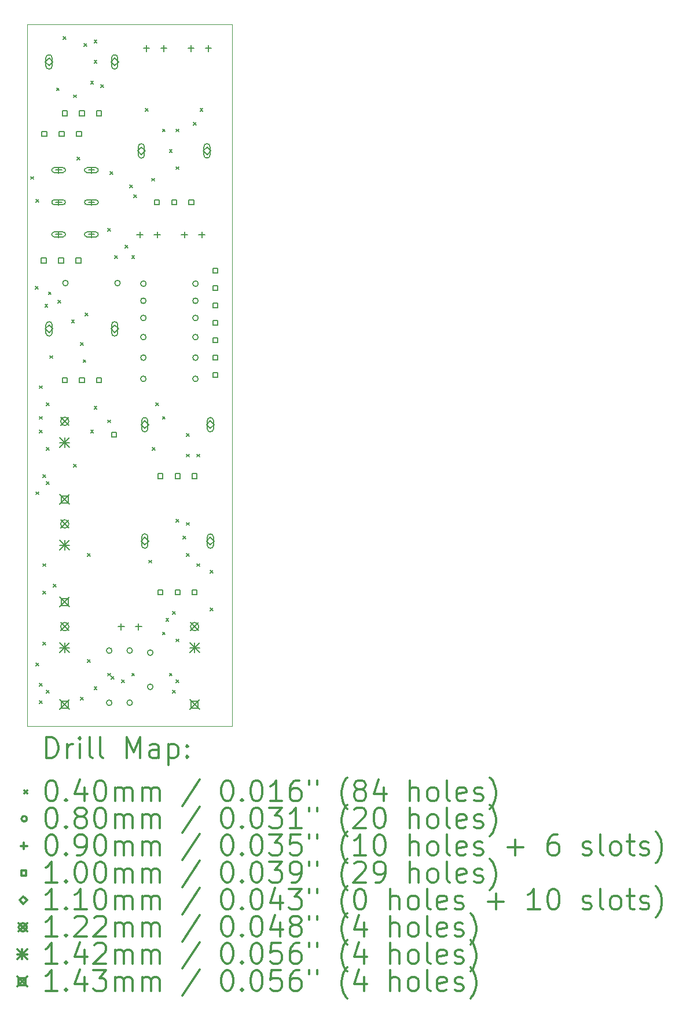
<source format=gbr>
%FSLAX45Y45*%
G04 Gerber Fmt 4.5, Leading zero omitted, Abs format (unit mm)*
G04 Created by KiCad (PCBNEW 5.1.9+dfsg1-1~bpo10+1) date 2022-03-11 22:19:33*
%MOMM*%
%LPD*%
G01*
G04 APERTURE LIST*
%TA.AperFunction,Profile*%
%ADD10C,0.050000*%
%TD*%
%ADD11C,0.200000*%
%ADD12C,0.300000*%
G04 APERTURE END LIST*
D10*
X10200000Y-5300000D02*
X7200000Y-5300000D01*
X10200000Y-15550000D02*
X10200000Y-5300000D01*
X7200000Y-15550000D02*
X10200000Y-15550000D01*
X7200000Y-5300000D02*
X7200000Y-15550000D01*
D11*
X7255000Y-7525000D02*
X7295000Y-7565000D01*
X7295000Y-7525000D02*
X7255000Y-7565000D01*
X7320000Y-9130000D02*
X7360000Y-9170000D01*
X7360000Y-9130000D02*
X7320000Y-9170000D01*
X7330000Y-7860000D02*
X7370000Y-7900000D01*
X7370000Y-7860000D02*
X7330000Y-7900000D01*
X7330000Y-12130000D02*
X7370000Y-12170000D01*
X7370000Y-12130000D02*
X7330000Y-12170000D01*
X7330000Y-14630000D02*
X7370000Y-14670000D01*
X7370000Y-14630000D02*
X7330000Y-14670000D01*
X7380000Y-10580000D02*
X7420000Y-10620000D01*
X7420000Y-10580000D02*
X7380000Y-10620000D01*
X7380000Y-11030000D02*
X7420000Y-11070000D01*
X7420000Y-11030000D02*
X7380000Y-11070000D01*
X7380000Y-11230000D02*
X7420000Y-11270000D01*
X7420000Y-11230000D02*
X7380000Y-11270000D01*
X7380000Y-14930000D02*
X7420000Y-14970000D01*
X7420000Y-14930000D02*
X7380000Y-14970000D01*
X7380000Y-15180000D02*
X7420000Y-15220000D01*
X7420000Y-15180000D02*
X7380000Y-15220000D01*
X7430000Y-11880000D02*
X7470000Y-11920000D01*
X7470000Y-11880000D02*
X7430000Y-11920000D01*
X7430000Y-13180000D02*
X7470000Y-13220000D01*
X7470000Y-13180000D02*
X7430000Y-13220000D01*
X7430000Y-13580000D02*
X7470000Y-13620000D01*
X7470000Y-13580000D02*
X7430000Y-13620000D01*
X7430000Y-14330000D02*
X7470000Y-14370000D01*
X7470000Y-14330000D02*
X7430000Y-14370000D01*
X7460000Y-9390000D02*
X7500000Y-9430000D01*
X7500000Y-9390000D02*
X7460000Y-9430000D01*
X7480000Y-10830000D02*
X7520000Y-10870000D01*
X7520000Y-10830000D02*
X7480000Y-10870000D01*
X7480000Y-11480000D02*
X7520000Y-11520000D01*
X7520000Y-11480000D02*
X7480000Y-11520000D01*
X7480000Y-11980000D02*
X7520000Y-12020000D01*
X7520000Y-11980000D02*
X7480000Y-12020000D01*
X7480000Y-15030000D02*
X7520000Y-15070000D01*
X7520000Y-15030000D02*
X7480000Y-15070000D01*
X7510000Y-9210000D02*
X7550000Y-9250000D01*
X7550000Y-9210000D02*
X7510000Y-9250000D01*
X7530000Y-10140000D02*
X7570000Y-10180000D01*
X7570000Y-10140000D02*
X7530000Y-10180000D01*
X7580000Y-13480000D02*
X7620000Y-13520000D01*
X7620000Y-13480000D02*
X7580000Y-13520000D01*
X7630000Y-6230000D02*
X7670000Y-6270000D01*
X7670000Y-6230000D02*
X7630000Y-6270000D01*
X7650000Y-9330000D02*
X7690000Y-9370000D01*
X7690000Y-9330000D02*
X7650000Y-9370000D01*
X7730000Y-5480000D02*
X7770000Y-5520000D01*
X7770000Y-5480000D02*
X7730000Y-5520000D01*
X7850000Y-9620000D02*
X7890000Y-9660000D01*
X7890000Y-9620000D02*
X7850000Y-9660000D01*
X7880000Y-6330000D02*
X7920000Y-6370000D01*
X7920000Y-6330000D02*
X7880000Y-6370000D01*
X7880000Y-11730000D02*
X7920000Y-11770000D01*
X7920000Y-11730000D02*
X7880000Y-11770000D01*
X7930000Y-7240000D02*
X7970000Y-7280000D01*
X7970000Y-7240000D02*
X7930000Y-7280000D01*
X7980000Y-9950000D02*
X8020000Y-9990000D01*
X8020000Y-9950000D02*
X7980000Y-9990000D01*
X7980000Y-15130000D02*
X8020000Y-15170000D01*
X8020000Y-15130000D02*
X7980000Y-15170000D01*
X8020000Y-10200000D02*
X8060000Y-10240000D01*
X8060000Y-10200000D02*
X8020000Y-10240000D01*
X8030000Y-5580000D02*
X8070000Y-5620000D01*
X8070000Y-5580000D02*
X8030000Y-5620000D01*
X8050000Y-9520000D02*
X8090000Y-9560000D01*
X8090000Y-9520000D02*
X8050000Y-9560000D01*
X8080000Y-13030000D02*
X8120000Y-13070000D01*
X8120000Y-13030000D02*
X8080000Y-13070000D01*
X8080000Y-14580000D02*
X8120000Y-14620000D01*
X8120000Y-14580000D02*
X8080000Y-14620000D01*
X8130000Y-6130000D02*
X8170000Y-6170000D01*
X8170000Y-6130000D02*
X8130000Y-6170000D01*
X8130000Y-11230000D02*
X8170000Y-11270000D01*
X8170000Y-11230000D02*
X8130000Y-11270000D01*
X8180000Y-5530000D02*
X8220000Y-5570000D01*
X8220000Y-5530000D02*
X8180000Y-5570000D01*
X8180000Y-5830000D02*
X8220000Y-5870000D01*
X8220000Y-5830000D02*
X8180000Y-5870000D01*
X8180000Y-10880000D02*
X8220000Y-10920000D01*
X8220000Y-10880000D02*
X8180000Y-10920000D01*
X8180000Y-14980000D02*
X8220000Y-15020000D01*
X8220000Y-14980000D02*
X8180000Y-15020000D01*
X8280000Y-6180000D02*
X8320000Y-6220000D01*
X8320000Y-6180000D02*
X8280000Y-6220000D01*
X8380000Y-8280000D02*
X8420000Y-8320000D01*
X8420000Y-8280000D02*
X8380000Y-8320000D01*
X8380000Y-11080000D02*
X8420000Y-11120000D01*
X8420000Y-11080000D02*
X8380000Y-11120000D01*
X8380000Y-14780000D02*
X8420000Y-14820000D01*
X8420000Y-14780000D02*
X8380000Y-14820000D01*
X8410000Y-7450000D02*
X8450000Y-7490000D01*
X8450000Y-7450000D02*
X8410000Y-7490000D01*
X8430000Y-14830000D02*
X8470000Y-14870000D01*
X8470000Y-14830000D02*
X8430000Y-14870000D01*
X8480000Y-8680000D02*
X8520000Y-8720000D01*
X8520000Y-8680000D02*
X8480000Y-8720000D01*
X8580000Y-14880000D02*
X8620000Y-14920000D01*
X8620000Y-14880000D02*
X8580000Y-14920000D01*
X8630000Y-8530000D02*
X8670000Y-8570000D01*
X8670000Y-8530000D02*
X8630000Y-8570000D01*
X8700000Y-7650000D02*
X8740000Y-7690000D01*
X8740000Y-7650000D02*
X8700000Y-7690000D01*
X8730000Y-8680000D02*
X8770000Y-8720000D01*
X8770000Y-8680000D02*
X8730000Y-8720000D01*
X8730000Y-14780000D02*
X8770000Y-14820000D01*
X8770000Y-14780000D02*
X8730000Y-14820000D01*
X8760000Y-7790000D02*
X8800000Y-7830000D01*
X8800000Y-7790000D02*
X8760000Y-7830000D01*
X8930000Y-6530000D02*
X8970000Y-6570000D01*
X8970000Y-6530000D02*
X8930000Y-6570000D01*
X8980000Y-13130000D02*
X9020000Y-13170000D01*
X9020000Y-13130000D02*
X8980000Y-13170000D01*
X9020000Y-7550000D02*
X9060000Y-7590000D01*
X9060000Y-7550000D02*
X9020000Y-7590000D01*
X9030000Y-11480000D02*
X9070000Y-11520000D01*
X9070000Y-11480000D02*
X9030000Y-11520000D01*
X9080000Y-10830000D02*
X9120000Y-10870000D01*
X9120000Y-10830000D02*
X9080000Y-10870000D01*
X9180000Y-6830000D02*
X9220000Y-6870000D01*
X9220000Y-6830000D02*
X9180000Y-6870000D01*
X9180000Y-11030000D02*
X9220000Y-11070000D01*
X9220000Y-11030000D02*
X9180000Y-11070000D01*
X9180000Y-14180000D02*
X9220000Y-14220000D01*
X9220000Y-14180000D02*
X9180000Y-14220000D01*
X9230000Y-13980000D02*
X9270000Y-14020000D01*
X9270000Y-13980000D02*
X9230000Y-14020000D01*
X9280000Y-7130000D02*
X9320000Y-7170000D01*
X9320000Y-7130000D02*
X9280000Y-7170000D01*
X9280000Y-14780000D02*
X9320000Y-14820000D01*
X9320000Y-14780000D02*
X9280000Y-14820000D01*
X9330000Y-13880000D02*
X9370000Y-13920000D01*
X9370000Y-13880000D02*
X9330000Y-13920000D01*
X9330000Y-15030000D02*
X9370000Y-15070000D01*
X9370000Y-15030000D02*
X9330000Y-15070000D01*
X9380000Y-6830000D02*
X9420000Y-6870000D01*
X9420000Y-6830000D02*
X9380000Y-6870000D01*
X9380000Y-7380000D02*
X9420000Y-7420000D01*
X9420000Y-7380000D02*
X9380000Y-7420000D01*
X9380000Y-12530000D02*
X9420000Y-12570000D01*
X9420000Y-12530000D02*
X9380000Y-12570000D01*
X9380000Y-14280000D02*
X9420000Y-14320000D01*
X9420000Y-14280000D02*
X9380000Y-14320000D01*
X9380000Y-14880000D02*
X9420000Y-14920000D01*
X9420000Y-14880000D02*
X9380000Y-14920000D01*
X9480000Y-12780000D02*
X9520000Y-12820000D01*
X9520000Y-12780000D02*
X9480000Y-12820000D01*
X9530000Y-11280000D02*
X9570000Y-11320000D01*
X9570000Y-11280000D02*
X9530000Y-11320000D01*
X9530000Y-11580000D02*
X9570000Y-11620000D01*
X9570000Y-11580000D02*
X9530000Y-11620000D01*
X9530000Y-12580000D02*
X9570000Y-12620000D01*
X9570000Y-12580000D02*
X9530000Y-12620000D01*
X9530000Y-13030000D02*
X9570000Y-13070000D01*
X9570000Y-13030000D02*
X9530000Y-13070000D01*
X9630000Y-6730000D02*
X9670000Y-6770000D01*
X9670000Y-6730000D02*
X9630000Y-6770000D01*
X9680000Y-11580000D02*
X9720000Y-11620000D01*
X9720000Y-11580000D02*
X9680000Y-11620000D01*
X9680000Y-13180000D02*
X9720000Y-13220000D01*
X9720000Y-13180000D02*
X9680000Y-13220000D01*
X9730000Y-6530000D02*
X9770000Y-6570000D01*
X9770000Y-6530000D02*
X9730000Y-6570000D01*
X9880000Y-13280000D02*
X9920000Y-13320000D01*
X9920000Y-13280000D02*
X9880000Y-13320000D01*
X9880000Y-13830000D02*
X9920000Y-13870000D01*
X9920000Y-13830000D02*
X9880000Y-13870000D01*
X7800000Y-9080000D02*
G75*
G03*
X7800000Y-9080000I-40000J0D01*
G01*
X8440000Y-14450000D02*
G75*
G03*
X8440000Y-14450000I-40000J0D01*
G01*
X8440000Y-15212000D02*
G75*
G03*
X8440000Y-15212000I-40000J0D01*
G01*
X8562000Y-9080000D02*
G75*
G03*
X8562000Y-9080000I-40000J0D01*
G01*
X8740000Y-14450000D02*
G75*
G03*
X8740000Y-14450000I-40000J0D01*
G01*
X8740000Y-15212000D02*
G75*
G03*
X8740000Y-15212000I-40000J0D01*
G01*
X8940000Y-9090000D02*
G75*
G03*
X8940000Y-9090000I-40000J0D01*
G01*
X8940000Y-9340000D02*
G75*
G03*
X8940000Y-9340000I-40000J0D01*
G01*
X8940000Y-9590000D02*
G75*
G03*
X8940000Y-9590000I-40000J0D01*
G01*
X8940000Y-9870000D02*
G75*
G03*
X8940000Y-9870000I-40000J0D01*
G01*
X8940000Y-10170000D02*
G75*
G03*
X8940000Y-10170000I-40000J0D01*
G01*
X8940000Y-10480000D02*
G75*
G03*
X8940000Y-10480000I-40000J0D01*
G01*
X9040000Y-14480000D02*
G75*
G03*
X9040000Y-14480000I-40000J0D01*
G01*
X9040000Y-14980000D02*
G75*
G03*
X9040000Y-14980000I-40000J0D01*
G01*
X9702000Y-9090000D02*
G75*
G03*
X9702000Y-9090000I-40000J0D01*
G01*
X9702000Y-9340000D02*
G75*
G03*
X9702000Y-9340000I-40000J0D01*
G01*
X9702000Y-9590000D02*
G75*
G03*
X9702000Y-9590000I-40000J0D01*
G01*
X9702000Y-9870000D02*
G75*
G03*
X9702000Y-9870000I-40000J0D01*
G01*
X9702000Y-10170000D02*
G75*
G03*
X9702000Y-10170000I-40000J0D01*
G01*
X9702000Y-10480000D02*
G75*
G03*
X9702000Y-10480000I-40000J0D01*
G01*
X7660000Y-7385000D02*
X7660000Y-7475000D01*
X7615000Y-7430000D02*
X7705000Y-7430000D01*
X7725000Y-7395000D02*
X7595000Y-7395000D01*
X7725000Y-7465000D02*
X7595000Y-7465000D01*
X7595000Y-7395000D02*
G75*
G03*
X7595000Y-7465000I0J-35000D01*
G01*
X7725000Y-7465000D02*
G75*
G03*
X7725000Y-7395000I0J35000D01*
G01*
X7660000Y-7855000D02*
X7660000Y-7945000D01*
X7615000Y-7900000D02*
X7705000Y-7900000D01*
X7725000Y-7865000D02*
X7595000Y-7865000D01*
X7725000Y-7935000D02*
X7595000Y-7935000D01*
X7595000Y-7865000D02*
G75*
G03*
X7595000Y-7935000I0J-35000D01*
G01*
X7725000Y-7935000D02*
G75*
G03*
X7725000Y-7865000I0J35000D01*
G01*
X7660000Y-8325000D02*
X7660000Y-8415000D01*
X7615000Y-8370000D02*
X7705000Y-8370000D01*
X7725000Y-8335000D02*
X7595000Y-8335000D01*
X7725000Y-8405000D02*
X7595000Y-8405000D01*
X7595000Y-8335000D02*
G75*
G03*
X7595000Y-8405000I0J-35000D01*
G01*
X7725000Y-8405000D02*
G75*
G03*
X7725000Y-8335000I0J35000D01*
G01*
X8140000Y-7385000D02*
X8140000Y-7475000D01*
X8095000Y-7430000D02*
X8185000Y-7430000D01*
X8205000Y-7395000D02*
X8075000Y-7395000D01*
X8205000Y-7465000D02*
X8075000Y-7465000D01*
X8075000Y-7395000D02*
G75*
G03*
X8075000Y-7465000I0J-35000D01*
G01*
X8205000Y-7465000D02*
G75*
G03*
X8205000Y-7395000I0J35000D01*
G01*
X8140000Y-7855000D02*
X8140000Y-7945000D01*
X8095000Y-7900000D02*
X8185000Y-7900000D01*
X8205000Y-7865000D02*
X8075000Y-7865000D01*
X8205000Y-7935000D02*
X8075000Y-7935000D01*
X8075000Y-7865000D02*
G75*
G03*
X8075000Y-7935000I0J-35000D01*
G01*
X8205000Y-7935000D02*
G75*
G03*
X8205000Y-7865000I0J35000D01*
G01*
X8140000Y-8325000D02*
X8140000Y-8415000D01*
X8095000Y-8370000D02*
X8185000Y-8370000D01*
X8205000Y-8335000D02*
X8075000Y-8335000D01*
X8205000Y-8405000D02*
X8075000Y-8405000D01*
X8075000Y-8335000D02*
G75*
G03*
X8075000Y-8405000I0J-35000D01*
G01*
X8205000Y-8405000D02*
G75*
G03*
X8205000Y-8335000I0J35000D01*
G01*
X8575000Y-14055000D02*
X8575000Y-14145000D01*
X8530000Y-14100000D02*
X8620000Y-14100000D01*
X8829000Y-14055000D02*
X8829000Y-14145000D01*
X8784000Y-14100000D02*
X8874000Y-14100000D01*
X8850000Y-8330000D02*
X8850000Y-8420000D01*
X8805000Y-8375000D02*
X8895000Y-8375000D01*
X8946000Y-5605000D02*
X8946000Y-5695000D01*
X8901000Y-5650000D02*
X8991000Y-5650000D01*
X9104000Y-8330000D02*
X9104000Y-8420000D01*
X9059000Y-8375000D02*
X9149000Y-8375000D01*
X9200000Y-5605000D02*
X9200000Y-5695000D01*
X9155000Y-5650000D02*
X9245000Y-5650000D01*
X9500000Y-8330000D02*
X9500000Y-8420000D01*
X9455000Y-8375000D02*
X9545000Y-8375000D01*
X9596000Y-5605000D02*
X9596000Y-5695000D01*
X9551000Y-5650000D02*
X9641000Y-5650000D01*
X9754000Y-8330000D02*
X9754000Y-8420000D01*
X9709000Y-8375000D02*
X9799000Y-8375000D01*
X9850000Y-5605000D02*
X9850000Y-5695000D01*
X9805000Y-5650000D02*
X9895000Y-5650000D01*
X7477356Y-8785356D02*
X7477356Y-8714644D01*
X7406644Y-8714644D01*
X7406644Y-8785356D01*
X7477356Y-8785356D01*
X7485356Y-6935356D02*
X7485356Y-6864644D01*
X7414644Y-6864644D01*
X7414644Y-6935356D01*
X7485356Y-6935356D01*
X7731356Y-8785356D02*
X7731356Y-8714644D01*
X7660644Y-8714644D01*
X7660644Y-8785356D01*
X7731356Y-8785356D01*
X7739356Y-6935356D02*
X7739356Y-6864644D01*
X7668644Y-6864644D01*
X7668644Y-6935356D01*
X7739356Y-6935356D01*
X7785356Y-6635356D02*
X7785356Y-6564644D01*
X7714644Y-6564644D01*
X7714644Y-6635356D01*
X7785356Y-6635356D01*
X7785356Y-10535356D02*
X7785356Y-10464644D01*
X7714644Y-10464644D01*
X7714644Y-10535356D01*
X7785356Y-10535356D01*
X7985356Y-8785356D02*
X7985356Y-8714644D01*
X7914644Y-8714644D01*
X7914644Y-8785356D01*
X7985356Y-8785356D01*
X7993356Y-6935356D02*
X7993356Y-6864644D01*
X7922644Y-6864644D01*
X7922644Y-6935356D01*
X7993356Y-6935356D01*
X8035356Y-6635356D02*
X8035356Y-6564644D01*
X7964644Y-6564644D01*
X7964644Y-6635356D01*
X8035356Y-6635356D01*
X8035356Y-10535356D02*
X8035356Y-10464644D01*
X7964644Y-10464644D01*
X7964644Y-10535356D01*
X8035356Y-10535356D01*
X8285356Y-6635356D02*
X8285356Y-6564644D01*
X8214644Y-6564644D01*
X8214644Y-6635356D01*
X8285356Y-6635356D01*
X8285356Y-10535356D02*
X8285356Y-10464644D01*
X8214644Y-10464644D01*
X8214644Y-10535356D01*
X8285356Y-10535356D01*
X8506256Y-11333356D02*
X8506256Y-11262644D01*
X8435544Y-11262644D01*
X8435544Y-11333356D01*
X8506256Y-11333356D01*
X9135356Y-7935356D02*
X9135356Y-7864644D01*
X9064644Y-7864644D01*
X9064644Y-7935356D01*
X9135356Y-7935356D01*
X9185356Y-11935356D02*
X9185356Y-11864644D01*
X9114644Y-11864644D01*
X9114644Y-11935356D01*
X9185356Y-11935356D01*
X9185356Y-13635356D02*
X9185356Y-13564644D01*
X9114644Y-13564644D01*
X9114644Y-13635356D01*
X9185356Y-13635356D01*
X9385356Y-7935356D02*
X9385356Y-7864644D01*
X9314644Y-7864644D01*
X9314644Y-7935356D01*
X9385356Y-7935356D01*
X9435356Y-11935356D02*
X9435356Y-11864644D01*
X9364644Y-11864644D01*
X9364644Y-11935356D01*
X9435356Y-11935356D01*
X9435356Y-13635356D02*
X9435356Y-13564644D01*
X9364644Y-13564644D01*
X9364644Y-13635356D01*
X9435356Y-13635356D01*
X9635356Y-7935356D02*
X9635356Y-7864644D01*
X9564644Y-7864644D01*
X9564644Y-7935356D01*
X9635356Y-7935356D01*
X9685356Y-11935356D02*
X9685356Y-11864644D01*
X9614644Y-11864644D01*
X9614644Y-11935356D01*
X9685356Y-11935356D01*
X9685356Y-13635356D02*
X9685356Y-13564644D01*
X9614644Y-13564644D01*
X9614644Y-13635356D01*
X9685356Y-13635356D01*
X9985356Y-8935356D02*
X9985356Y-8864644D01*
X9914644Y-8864644D01*
X9914644Y-8935356D01*
X9985356Y-8935356D01*
X9985356Y-9189356D02*
X9985356Y-9118644D01*
X9914644Y-9118644D01*
X9914644Y-9189356D01*
X9985356Y-9189356D01*
X9985356Y-9443356D02*
X9985356Y-9372644D01*
X9914644Y-9372644D01*
X9914644Y-9443356D01*
X9985356Y-9443356D01*
X9985356Y-9697356D02*
X9985356Y-9626644D01*
X9914644Y-9626644D01*
X9914644Y-9697356D01*
X9985356Y-9697356D01*
X9985356Y-9951356D02*
X9985356Y-9880644D01*
X9914644Y-9880644D01*
X9914644Y-9951356D01*
X9985356Y-9951356D01*
X9985356Y-10205356D02*
X9985356Y-10134644D01*
X9914644Y-10134644D01*
X9914644Y-10205356D01*
X9985356Y-10205356D01*
X9985356Y-10459356D02*
X9985356Y-10388644D01*
X9914644Y-10388644D01*
X9914644Y-10459356D01*
X9985356Y-10459356D01*
X7520000Y-5905000D02*
X7575000Y-5850000D01*
X7520000Y-5795000D01*
X7465000Y-5850000D01*
X7520000Y-5905000D01*
X7565000Y-5910000D02*
X7565000Y-5790000D01*
X7475000Y-5910000D02*
X7475000Y-5790000D01*
X7565000Y-5790000D02*
G75*
G03*
X7475000Y-5790000I-45000J0D01*
G01*
X7475000Y-5910000D02*
G75*
G03*
X7565000Y-5910000I45000J0D01*
G01*
X7520000Y-9805000D02*
X7575000Y-9750000D01*
X7520000Y-9695000D01*
X7465000Y-9750000D01*
X7520000Y-9805000D01*
X7565000Y-9810000D02*
X7565000Y-9690000D01*
X7475000Y-9810000D02*
X7475000Y-9690000D01*
X7565000Y-9690000D02*
G75*
G03*
X7475000Y-9690000I-45000J0D01*
G01*
X7475000Y-9810000D02*
G75*
G03*
X7565000Y-9810000I45000J0D01*
G01*
X8480000Y-5905000D02*
X8535000Y-5850000D01*
X8480000Y-5795000D01*
X8425000Y-5850000D01*
X8480000Y-5905000D01*
X8525000Y-5910000D02*
X8525000Y-5790000D01*
X8435000Y-5910000D02*
X8435000Y-5790000D01*
X8525000Y-5790000D02*
G75*
G03*
X8435000Y-5790000I-45000J0D01*
G01*
X8435000Y-5910000D02*
G75*
G03*
X8525000Y-5910000I45000J0D01*
G01*
X8480000Y-9805000D02*
X8535000Y-9750000D01*
X8480000Y-9695000D01*
X8425000Y-9750000D01*
X8480000Y-9805000D01*
X8525000Y-9810000D02*
X8525000Y-9690000D01*
X8435000Y-9810000D02*
X8435000Y-9690000D01*
X8525000Y-9690000D02*
G75*
G03*
X8435000Y-9690000I-45000J0D01*
G01*
X8435000Y-9810000D02*
G75*
G03*
X8525000Y-9810000I45000J0D01*
G01*
X8870000Y-7205000D02*
X8925000Y-7150000D01*
X8870000Y-7095000D01*
X8815000Y-7150000D01*
X8870000Y-7205000D01*
X8915000Y-7210000D02*
X8915000Y-7090000D01*
X8825000Y-7210000D02*
X8825000Y-7090000D01*
X8915000Y-7090000D02*
G75*
G03*
X8825000Y-7090000I-45000J0D01*
G01*
X8825000Y-7210000D02*
G75*
G03*
X8915000Y-7210000I45000J0D01*
G01*
X8920000Y-11205000D02*
X8975000Y-11150000D01*
X8920000Y-11095000D01*
X8865000Y-11150000D01*
X8920000Y-11205000D01*
X8965000Y-11210000D02*
X8965000Y-11090000D01*
X8875000Y-11210000D02*
X8875000Y-11090000D01*
X8965000Y-11090000D02*
G75*
G03*
X8875000Y-11090000I-45000J0D01*
G01*
X8875000Y-11210000D02*
G75*
G03*
X8965000Y-11210000I45000J0D01*
G01*
X8920000Y-12905000D02*
X8975000Y-12850000D01*
X8920000Y-12795000D01*
X8865000Y-12850000D01*
X8920000Y-12905000D01*
X8965000Y-12910000D02*
X8965000Y-12790000D01*
X8875000Y-12910000D02*
X8875000Y-12790000D01*
X8965000Y-12790000D02*
G75*
G03*
X8875000Y-12790000I-45000J0D01*
G01*
X8875000Y-12910000D02*
G75*
G03*
X8965000Y-12910000I45000J0D01*
G01*
X9830000Y-7205000D02*
X9885000Y-7150000D01*
X9830000Y-7095000D01*
X9775000Y-7150000D01*
X9830000Y-7205000D01*
X9875000Y-7210000D02*
X9875000Y-7090000D01*
X9785000Y-7210000D02*
X9785000Y-7090000D01*
X9875000Y-7090000D02*
G75*
G03*
X9785000Y-7090000I-45000J0D01*
G01*
X9785000Y-7210000D02*
G75*
G03*
X9875000Y-7210000I45000J0D01*
G01*
X9880000Y-11205000D02*
X9935000Y-11150000D01*
X9880000Y-11095000D01*
X9825000Y-11150000D01*
X9880000Y-11205000D01*
X9925000Y-11210000D02*
X9925000Y-11090000D01*
X9835000Y-11210000D02*
X9835000Y-11090000D01*
X9925000Y-11090000D02*
G75*
G03*
X9835000Y-11090000I-45000J0D01*
G01*
X9835000Y-11210000D02*
G75*
G03*
X9925000Y-11210000I45000J0D01*
G01*
X9880000Y-12905000D02*
X9935000Y-12850000D01*
X9880000Y-12795000D01*
X9825000Y-12850000D01*
X9880000Y-12905000D01*
X9925000Y-12910000D02*
X9925000Y-12790000D01*
X9835000Y-12910000D02*
X9835000Y-12790000D01*
X9925000Y-12790000D02*
G75*
G03*
X9835000Y-12790000I-45000J0D01*
G01*
X9835000Y-12910000D02*
G75*
G03*
X9925000Y-12910000I45000J0D01*
G01*
X7689000Y-11039000D02*
X7811000Y-11161000D01*
X7811000Y-11039000D02*
X7689000Y-11161000D01*
X7811000Y-11100000D02*
G75*
G03*
X7811000Y-11100000I-61000J0D01*
G01*
X7689000Y-12539000D02*
X7811000Y-12661000D01*
X7811000Y-12539000D02*
X7689000Y-12661000D01*
X7811000Y-12600000D02*
G75*
G03*
X7811000Y-12600000I-61000J0D01*
G01*
X7689000Y-14039000D02*
X7811000Y-14161000D01*
X7811000Y-14039000D02*
X7689000Y-14161000D01*
X7811000Y-14100000D02*
G75*
G03*
X7811000Y-14100000I-61000J0D01*
G01*
X9589000Y-14039000D02*
X9711000Y-14161000D01*
X9711000Y-14039000D02*
X9589000Y-14161000D01*
X9711000Y-14100000D02*
G75*
G03*
X9711000Y-14100000I-61000J0D01*
G01*
X7679000Y-11339000D02*
X7821000Y-11481000D01*
X7821000Y-11339000D02*
X7679000Y-11481000D01*
X7750000Y-11339000D02*
X7750000Y-11481000D01*
X7679000Y-11410000D02*
X7821000Y-11410000D01*
X7679000Y-12839000D02*
X7821000Y-12981000D01*
X7821000Y-12839000D02*
X7679000Y-12981000D01*
X7750000Y-12839000D02*
X7750000Y-12981000D01*
X7679000Y-12910000D02*
X7821000Y-12910000D01*
X7679000Y-14339000D02*
X7821000Y-14481000D01*
X7821000Y-14339000D02*
X7679000Y-14481000D01*
X7750000Y-14339000D02*
X7750000Y-14481000D01*
X7679000Y-14410000D02*
X7821000Y-14410000D01*
X9579000Y-14339000D02*
X9721000Y-14481000D01*
X9721000Y-14339000D02*
X9579000Y-14481000D01*
X9650000Y-14339000D02*
X9650000Y-14481000D01*
X9579000Y-14410000D02*
X9721000Y-14410000D01*
X7678500Y-12168500D02*
X7821500Y-12311500D01*
X7821500Y-12168500D02*
X7678500Y-12311500D01*
X7800559Y-12290559D02*
X7800559Y-12189441D01*
X7699441Y-12189441D01*
X7699441Y-12290559D01*
X7800559Y-12290559D01*
X7678500Y-13668500D02*
X7821500Y-13811500D01*
X7821500Y-13668500D02*
X7678500Y-13811500D01*
X7800559Y-13790559D02*
X7800559Y-13689441D01*
X7699441Y-13689441D01*
X7699441Y-13790559D01*
X7800559Y-13790559D01*
X7678500Y-15168500D02*
X7821500Y-15311500D01*
X7821500Y-15168500D02*
X7678500Y-15311500D01*
X7800559Y-15290559D02*
X7800559Y-15189441D01*
X7699441Y-15189441D01*
X7699441Y-15290559D01*
X7800559Y-15290559D01*
X9578500Y-15168500D02*
X9721500Y-15311500D01*
X9721500Y-15168500D02*
X9578500Y-15311500D01*
X9700559Y-15290559D02*
X9700559Y-15189441D01*
X9599441Y-15189441D01*
X9599441Y-15290559D01*
X9700559Y-15290559D01*
D12*
X7483928Y-16018214D02*
X7483928Y-15718214D01*
X7555357Y-15718214D01*
X7598214Y-15732500D01*
X7626786Y-15761071D01*
X7641071Y-15789643D01*
X7655357Y-15846786D01*
X7655357Y-15889643D01*
X7641071Y-15946786D01*
X7626786Y-15975357D01*
X7598214Y-16003929D01*
X7555357Y-16018214D01*
X7483928Y-16018214D01*
X7783928Y-16018214D02*
X7783928Y-15818214D01*
X7783928Y-15875357D02*
X7798214Y-15846786D01*
X7812500Y-15832500D01*
X7841071Y-15818214D01*
X7869643Y-15818214D01*
X7969643Y-16018214D02*
X7969643Y-15818214D01*
X7969643Y-15718214D02*
X7955357Y-15732500D01*
X7969643Y-15746786D01*
X7983928Y-15732500D01*
X7969643Y-15718214D01*
X7969643Y-15746786D01*
X8155357Y-16018214D02*
X8126786Y-16003929D01*
X8112500Y-15975357D01*
X8112500Y-15718214D01*
X8312500Y-16018214D02*
X8283928Y-16003929D01*
X8269643Y-15975357D01*
X8269643Y-15718214D01*
X8655357Y-16018214D02*
X8655357Y-15718214D01*
X8755357Y-15932500D01*
X8855357Y-15718214D01*
X8855357Y-16018214D01*
X9126786Y-16018214D02*
X9126786Y-15861071D01*
X9112500Y-15832500D01*
X9083928Y-15818214D01*
X9026786Y-15818214D01*
X8998214Y-15832500D01*
X9126786Y-16003929D02*
X9098214Y-16018214D01*
X9026786Y-16018214D01*
X8998214Y-16003929D01*
X8983928Y-15975357D01*
X8983928Y-15946786D01*
X8998214Y-15918214D01*
X9026786Y-15903929D01*
X9098214Y-15903929D01*
X9126786Y-15889643D01*
X9269643Y-15818214D02*
X9269643Y-16118214D01*
X9269643Y-15832500D02*
X9298214Y-15818214D01*
X9355357Y-15818214D01*
X9383928Y-15832500D01*
X9398214Y-15846786D01*
X9412500Y-15875357D01*
X9412500Y-15961071D01*
X9398214Y-15989643D01*
X9383928Y-16003929D01*
X9355357Y-16018214D01*
X9298214Y-16018214D01*
X9269643Y-16003929D01*
X9541071Y-15989643D02*
X9555357Y-16003929D01*
X9541071Y-16018214D01*
X9526786Y-16003929D01*
X9541071Y-15989643D01*
X9541071Y-16018214D01*
X9541071Y-15832500D02*
X9555357Y-15846786D01*
X9541071Y-15861071D01*
X9526786Y-15846786D01*
X9541071Y-15832500D01*
X9541071Y-15861071D01*
X7157500Y-16492500D02*
X7197500Y-16532500D01*
X7197500Y-16492500D02*
X7157500Y-16532500D01*
X7541071Y-16348214D02*
X7569643Y-16348214D01*
X7598214Y-16362500D01*
X7612500Y-16376786D01*
X7626786Y-16405357D01*
X7641071Y-16462500D01*
X7641071Y-16533929D01*
X7626786Y-16591071D01*
X7612500Y-16619643D01*
X7598214Y-16633929D01*
X7569643Y-16648214D01*
X7541071Y-16648214D01*
X7512500Y-16633929D01*
X7498214Y-16619643D01*
X7483928Y-16591071D01*
X7469643Y-16533929D01*
X7469643Y-16462500D01*
X7483928Y-16405357D01*
X7498214Y-16376786D01*
X7512500Y-16362500D01*
X7541071Y-16348214D01*
X7769643Y-16619643D02*
X7783928Y-16633929D01*
X7769643Y-16648214D01*
X7755357Y-16633929D01*
X7769643Y-16619643D01*
X7769643Y-16648214D01*
X8041071Y-16448214D02*
X8041071Y-16648214D01*
X7969643Y-16333929D02*
X7898214Y-16548214D01*
X8083928Y-16548214D01*
X8255357Y-16348214D02*
X8283928Y-16348214D01*
X8312500Y-16362500D01*
X8326786Y-16376786D01*
X8341071Y-16405357D01*
X8355357Y-16462500D01*
X8355357Y-16533929D01*
X8341071Y-16591071D01*
X8326786Y-16619643D01*
X8312500Y-16633929D01*
X8283928Y-16648214D01*
X8255357Y-16648214D01*
X8226786Y-16633929D01*
X8212500Y-16619643D01*
X8198214Y-16591071D01*
X8183928Y-16533929D01*
X8183928Y-16462500D01*
X8198214Y-16405357D01*
X8212500Y-16376786D01*
X8226786Y-16362500D01*
X8255357Y-16348214D01*
X8483928Y-16648214D02*
X8483928Y-16448214D01*
X8483928Y-16476786D02*
X8498214Y-16462500D01*
X8526786Y-16448214D01*
X8569643Y-16448214D01*
X8598214Y-16462500D01*
X8612500Y-16491071D01*
X8612500Y-16648214D01*
X8612500Y-16491071D02*
X8626786Y-16462500D01*
X8655357Y-16448214D01*
X8698214Y-16448214D01*
X8726786Y-16462500D01*
X8741071Y-16491071D01*
X8741071Y-16648214D01*
X8883928Y-16648214D02*
X8883928Y-16448214D01*
X8883928Y-16476786D02*
X8898214Y-16462500D01*
X8926786Y-16448214D01*
X8969643Y-16448214D01*
X8998214Y-16462500D01*
X9012500Y-16491071D01*
X9012500Y-16648214D01*
X9012500Y-16491071D02*
X9026786Y-16462500D01*
X9055357Y-16448214D01*
X9098214Y-16448214D01*
X9126786Y-16462500D01*
X9141071Y-16491071D01*
X9141071Y-16648214D01*
X9726786Y-16333929D02*
X9469643Y-16719643D01*
X10112500Y-16348214D02*
X10141071Y-16348214D01*
X10169643Y-16362500D01*
X10183928Y-16376786D01*
X10198214Y-16405357D01*
X10212500Y-16462500D01*
X10212500Y-16533929D01*
X10198214Y-16591071D01*
X10183928Y-16619643D01*
X10169643Y-16633929D01*
X10141071Y-16648214D01*
X10112500Y-16648214D01*
X10083928Y-16633929D01*
X10069643Y-16619643D01*
X10055357Y-16591071D01*
X10041071Y-16533929D01*
X10041071Y-16462500D01*
X10055357Y-16405357D01*
X10069643Y-16376786D01*
X10083928Y-16362500D01*
X10112500Y-16348214D01*
X10341071Y-16619643D02*
X10355357Y-16633929D01*
X10341071Y-16648214D01*
X10326786Y-16633929D01*
X10341071Y-16619643D01*
X10341071Y-16648214D01*
X10541071Y-16348214D02*
X10569643Y-16348214D01*
X10598214Y-16362500D01*
X10612500Y-16376786D01*
X10626786Y-16405357D01*
X10641071Y-16462500D01*
X10641071Y-16533929D01*
X10626786Y-16591071D01*
X10612500Y-16619643D01*
X10598214Y-16633929D01*
X10569643Y-16648214D01*
X10541071Y-16648214D01*
X10512500Y-16633929D01*
X10498214Y-16619643D01*
X10483928Y-16591071D01*
X10469643Y-16533929D01*
X10469643Y-16462500D01*
X10483928Y-16405357D01*
X10498214Y-16376786D01*
X10512500Y-16362500D01*
X10541071Y-16348214D01*
X10926786Y-16648214D02*
X10755357Y-16648214D01*
X10841071Y-16648214D02*
X10841071Y-16348214D01*
X10812500Y-16391071D01*
X10783928Y-16419643D01*
X10755357Y-16433929D01*
X11183928Y-16348214D02*
X11126786Y-16348214D01*
X11098214Y-16362500D01*
X11083928Y-16376786D01*
X11055357Y-16419643D01*
X11041071Y-16476786D01*
X11041071Y-16591071D01*
X11055357Y-16619643D01*
X11069643Y-16633929D01*
X11098214Y-16648214D01*
X11155357Y-16648214D01*
X11183928Y-16633929D01*
X11198214Y-16619643D01*
X11212500Y-16591071D01*
X11212500Y-16519643D01*
X11198214Y-16491071D01*
X11183928Y-16476786D01*
X11155357Y-16462500D01*
X11098214Y-16462500D01*
X11069643Y-16476786D01*
X11055357Y-16491071D01*
X11041071Y-16519643D01*
X11326786Y-16348214D02*
X11326786Y-16405357D01*
X11441071Y-16348214D02*
X11441071Y-16405357D01*
X11883928Y-16762500D02*
X11869643Y-16748214D01*
X11841071Y-16705357D01*
X11826786Y-16676786D01*
X11812500Y-16633929D01*
X11798214Y-16562500D01*
X11798214Y-16505357D01*
X11812500Y-16433929D01*
X11826786Y-16391071D01*
X11841071Y-16362500D01*
X11869643Y-16319643D01*
X11883928Y-16305357D01*
X12041071Y-16476786D02*
X12012500Y-16462500D01*
X11998214Y-16448214D01*
X11983928Y-16419643D01*
X11983928Y-16405357D01*
X11998214Y-16376786D01*
X12012500Y-16362500D01*
X12041071Y-16348214D01*
X12098214Y-16348214D01*
X12126786Y-16362500D01*
X12141071Y-16376786D01*
X12155357Y-16405357D01*
X12155357Y-16419643D01*
X12141071Y-16448214D01*
X12126786Y-16462500D01*
X12098214Y-16476786D01*
X12041071Y-16476786D01*
X12012500Y-16491071D01*
X11998214Y-16505357D01*
X11983928Y-16533929D01*
X11983928Y-16591071D01*
X11998214Y-16619643D01*
X12012500Y-16633929D01*
X12041071Y-16648214D01*
X12098214Y-16648214D01*
X12126786Y-16633929D01*
X12141071Y-16619643D01*
X12155357Y-16591071D01*
X12155357Y-16533929D01*
X12141071Y-16505357D01*
X12126786Y-16491071D01*
X12098214Y-16476786D01*
X12412500Y-16448214D02*
X12412500Y-16648214D01*
X12341071Y-16333929D02*
X12269643Y-16548214D01*
X12455357Y-16548214D01*
X12798214Y-16648214D02*
X12798214Y-16348214D01*
X12926786Y-16648214D02*
X12926786Y-16491071D01*
X12912500Y-16462500D01*
X12883928Y-16448214D01*
X12841071Y-16448214D01*
X12812500Y-16462500D01*
X12798214Y-16476786D01*
X13112500Y-16648214D02*
X13083928Y-16633929D01*
X13069643Y-16619643D01*
X13055357Y-16591071D01*
X13055357Y-16505357D01*
X13069643Y-16476786D01*
X13083928Y-16462500D01*
X13112500Y-16448214D01*
X13155357Y-16448214D01*
X13183928Y-16462500D01*
X13198214Y-16476786D01*
X13212500Y-16505357D01*
X13212500Y-16591071D01*
X13198214Y-16619643D01*
X13183928Y-16633929D01*
X13155357Y-16648214D01*
X13112500Y-16648214D01*
X13383928Y-16648214D02*
X13355357Y-16633929D01*
X13341071Y-16605357D01*
X13341071Y-16348214D01*
X13612500Y-16633929D02*
X13583928Y-16648214D01*
X13526786Y-16648214D01*
X13498214Y-16633929D01*
X13483928Y-16605357D01*
X13483928Y-16491071D01*
X13498214Y-16462500D01*
X13526786Y-16448214D01*
X13583928Y-16448214D01*
X13612500Y-16462500D01*
X13626786Y-16491071D01*
X13626786Y-16519643D01*
X13483928Y-16548214D01*
X13741071Y-16633929D02*
X13769643Y-16648214D01*
X13826786Y-16648214D01*
X13855357Y-16633929D01*
X13869643Y-16605357D01*
X13869643Y-16591071D01*
X13855357Y-16562500D01*
X13826786Y-16548214D01*
X13783928Y-16548214D01*
X13755357Y-16533929D01*
X13741071Y-16505357D01*
X13741071Y-16491071D01*
X13755357Y-16462500D01*
X13783928Y-16448214D01*
X13826786Y-16448214D01*
X13855357Y-16462500D01*
X13969643Y-16762500D02*
X13983928Y-16748214D01*
X14012500Y-16705357D01*
X14026786Y-16676786D01*
X14041071Y-16633929D01*
X14055357Y-16562500D01*
X14055357Y-16505357D01*
X14041071Y-16433929D01*
X14026786Y-16391071D01*
X14012500Y-16362500D01*
X13983928Y-16319643D01*
X13969643Y-16305357D01*
X7197500Y-16908500D02*
G75*
G03*
X7197500Y-16908500I-40000J0D01*
G01*
X7541071Y-16744214D02*
X7569643Y-16744214D01*
X7598214Y-16758500D01*
X7612500Y-16772786D01*
X7626786Y-16801357D01*
X7641071Y-16858500D01*
X7641071Y-16929929D01*
X7626786Y-16987072D01*
X7612500Y-17015643D01*
X7598214Y-17029929D01*
X7569643Y-17044214D01*
X7541071Y-17044214D01*
X7512500Y-17029929D01*
X7498214Y-17015643D01*
X7483928Y-16987072D01*
X7469643Y-16929929D01*
X7469643Y-16858500D01*
X7483928Y-16801357D01*
X7498214Y-16772786D01*
X7512500Y-16758500D01*
X7541071Y-16744214D01*
X7769643Y-17015643D02*
X7783928Y-17029929D01*
X7769643Y-17044214D01*
X7755357Y-17029929D01*
X7769643Y-17015643D01*
X7769643Y-17044214D01*
X7955357Y-16872786D02*
X7926786Y-16858500D01*
X7912500Y-16844214D01*
X7898214Y-16815643D01*
X7898214Y-16801357D01*
X7912500Y-16772786D01*
X7926786Y-16758500D01*
X7955357Y-16744214D01*
X8012500Y-16744214D01*
X8041071Y-16758500D01*
X8055357Y-16772786D01*
X8069643Y-16801357D01*
X8069643Y-16815643D01*
X8055357Y-16844214D01*
X8041071Y-16858500D01*
X8012500Y-16872786D01*
X7955357Y-16872786D01*
X7926786Y-16887072D01*
X7912500Y-16901357D01*
X7898214Y-16929929D01*
X7898214Y-16987072D01*
X7912500Y-17015643D01*
X7926786Y-17029929D01*
X7955357Y-17044214D01*
X8012500Y-17044214D01*
X8041071Y-17029929D01*
X8055357Y-17015643D01*
X8069643Y-16987072D01*
X8069643Y-16929929D01*
X8055357Y-16901357D01*
X8041071Y-16887072D01*
X8012500Y-16872786D01*
X8255357Y-16744214D02*
X8283928Y-16744214D01*
X8312500Y-16758500D01*
X8326786Y-16772786D01*
X8341071Y-16801357D01*
X8355357Y-16858500D01*
X8355357Y-16929929D01*
X8341071Y-16987072D01*
X8326786Y-17015643D01*
X8312500Y-17029929D01*
X8283928Y-17044214D01*
X8255357Y-17044214D01*
X8226786Y-17029929D01*
X8212500Y-17015643D01*
X8198214Y-16987072D01*
X8183928Y-16929929D01*
X8183928Y-16858500D01*
X8198214Y-16801357D01*
X8212500Y-16772786D01*
X8226786Y-16758500D01*
X8255357Y-16744214D01*
X8483928Y-17044214D02*
X8483928Y-16844214D01*
X8483928Y-16872786D02*
X8498214Y-16858500D01*
X8526786Y-16844214D01*
X8569643Y-16844214D01*
X8598214Y-16858500D01*
X8612500Y-16887072D01*
X8612500Y-17044214D01*
X8612500Y-16887072D02*
X8626786Y-16858500D01*
X8655357Y-16844214D01*
X8698214Y-16844214D01*
X8726786Y-16858500D01*
X8741071Y-16887072D01*
X8741071Y-17044214D01*
X8883928Y-17044214D02*
X8883928Y-16844214D01*
X8883928Y-16872786D02*
X8898214Y-16858500D01*
X8926786Y-16844214D01*
X8969643Y-16844214D01*
X8998214Y-16858500D01*
X9012500Y-16887072D01*
X9012500Y-17044214D01*
X9012500Y-16887072D02*
X9026786Y-16858500D01*
X9055357Y-16844214D01*
X9098214Y-16844214D01*
X9126786Y-16858500D01*
X9141071Y-16887072D01*
X9141071Y-17044214D01*
X9726786Y-16729929D02*
X9469643Y-17115643D01*
X10112500Y-16744214D02*
X10141071Y-16744214D01*
X10169643Y-16758500D01*
X10183928Y-16772786D01*
X10198214Y-16801357D01*
X10212500Y-16858500D01*
X10212500Y-16929929D01*
X10198214Y-16987072D01*
X10183928Y-17015643D01*
X10169643Y-17029929D01*
X10141071Y-17044214D01*
X10112500Y-17044214D01*
X10083928Y-17029929D01*
X10069643Y-17015643D01*
X10055357Y-16987072D01*
X10041071Y-16929929D01*
X10041071Y-16858500D01*
X10055357Y-16801357D01*
X10069643Y-16772786D01*
X10083928Y-16758500D01*
X10112500Y-16744214D01*
X10341071Y-17015643D02*
X10355357Y-17029929D01*
X10341071Y-17044214D01*
X10326786Y-17029929D01*
X10341071Y-17015643D01*
X10341071Y-17044214D01*
X10541071Y-16744214D02*
X10569643Y-16744214D01*
X10598214Y-16758500D01*
X10612500Y-16772786D01*
X10626786Y-16801357D01*
X10641071Y-16858500D01*
X10641071Y-16929929D01*
X10626786Y-16987072D01*
X10612500Y-17015643D01*
X10598214Y-17029929D01*
X10569643Y-17044214D01*
X10541071Y-17044214D01*
X10512500Y-17029929D01*
X10498214Y-17015643D01*
X10483928Y-16987072D01*
X10469643Y-16929929D01*
X10469643Y-16858500D01*
X10483928Y-16801357D01*
X10498214Y-16772786D01*
X10512500Y-16758500D01*
X10541071Y-16744214D01*
X10741071Y-16744214D02*
X10926786Y-16744214D01*
X10826786Y-16858500D01*
X10869643Y-16858500D01*
X10898214Y-16872786D01*
X10912500Y-16887072D01*
X10926786Y-16915643D01*
X10926786Y-16987072D01*
X10912500Y-17015643D01*
X10898214Y-17029929D01*
X10869643Y-17044214D01*
X10783928Y-17044214D01*
X10755357Y-17029929D01*
X10741071Y-17015643D01*
X11212500Y-17044214D02*
X11041071Y-17044214D01*
X11126786Y-17044214D02*
X11126786Y-16744214D01*
X11098214Y-16787072D01*
X11069643Y-16815643D01*
X11041071Y-16829929D01*
X11326786Y-16744214D02*
X11326786Y-16801357D01*
X11441071Y-16744214D02*
X11441071Y-16801357D01*
X11883928Y-17158500D02*
X11869643Y-17144214D01*
X11841071Y-17101357D01*
X11826786Y-17072786D01*
X11812500Y-17029929D01*
X11798214Y-16958500D01*
X11798214Y-16901357D01*
X11812500Y-16829929D01*
X11826786Y-16787072D01*
X11841071Y-16758500D01*
X11869643Y-16715643D01*
X11883928Y-16701357D01*
X11983928Y-16772786D02*
X11998214Y-16758500D01*
X12026786Y-16744214D01*
X12098214Y-16744214D01*
X12126786Y-16758500D01*
X12141071Y-16772786D01*
X12155357Y-16801357D01*
X12155357Y-16829929D01*
X12141071Y-16872786D01*
X11969643Y-17044214D01*
X12155357Y-17044214D01*
X12341071Y-16744214D02*
X12369643Y-16744214D01*
X12398214Y-16758500D01*
X12412500Y-16772786D01*
X12426786Y-16801357D01*
X12441071Y-16858500D01*
X12441071Y-16929929D01*
X12426786Y-16987072D01*
X12412500Y-17015643D01*
X12398214Y-17029929D01*
X12369643Y-17044214D01*
X12341071Y-17044214D01*
X12312500Y-17029929D01*
X12298214Y-17015643D01*
X12283928Y-16987072D01*
X12269643Y-16929929D01*
X12269643Y-16858500D01*
X12283928Y-16801357D01*
X12298214Y-16772786D01*
X12312500Y-16758500D01*
X12341071Y-16744214D01*
X12798214Y-17044214D02*
X12798214Y-16744214D01*
X12926786Y-17044214D02*
X12926786Y-16887072D01*
X12912500Y-16858500D01*
X12883928Y-16844214D01*
X12841071Y-16844214D01*
X12812500Y-16858500D01*
X12798214Y-16872786D01*
X13112500Y-17044214D02*
X13083928Y-17029929D01*
X13069643Y-17015643D01*
X13055357Y-16987072D01*
X13055357Y-16901357D01*
X13069643Y-16872786D01*
X13083928Y-16858500D01*
X13112500Y-16844214D01*
X13155357Y-16844214D01*
X13183928Y-16858500D01*
X13198214Y-16872786D01*
X13212500Y-16901357D01*
X13212500Y-16987072D01*
X13198214Y-17015643D01*
X13183928Y-17029929D01*
X13155357Y-17044214D01*
X13112500Y-17044214D01*
X13383928Y-17044214D02*
X13355357Y-17029929D01*
X13341071Y-17001357D01*
X13341071Y-16744214D01*
X13612500Y-17029929D02*
X13583928Y-17044214D01*
X13526786Y-17044214D01*
X13498214Y-17029929D01*
X13483928Y-17001357D01*
X13483928Y-16887072D01*
X13498214Y-16858500D01*
X13526786Y-16844214D01*
X13583928Y-16844214D01*
X13612500Y-16858500D01*
X13626786Y-16887072D01*
X13626786Y-16915643D01*
X13483928Y-16944214D01*
X13741071Y-17029929D02*
X13769643Y-17044214D01*
X13826786Y-17044214D01*
X13855357Y-17029929D01*
X13869643Y-17001357D01*
X13869643Y-16987072D01*
X13855357Y-16958500D01*
X13826786Y-16944214D01*
X13783928Y-16944214D01*
X13755357Y-16929929D01*
X13741071Y-16901357D01*
X13741071Y-16887072D01*
X13755357Y-16858500D01*
X13783928Y-16844214D01*
X13826786Y-16844214D01*
X13855357Y-16858500D01*
X13969643Y-17158500D02*
X13983928Y-17144214D01*
X14012500Y-17101357D01*
X14026786Y-17072786D01*
X14041071Y-17029929D01*
X14055357Y-16958500D01*
X14055357Y-16901357D01*
X14041071Y-16829929D01*
X14026786Y-16787072D01*
X14012500Y-16758500D01*
X13983928Y-16715643D01*
X13969643Y-16701357D01*
X7152500Y-17259500D02*
X7152500Y-17349500D01*
X7107500Y-17304500D02*
X7197500Y-17304500D01*
X7541071Y-17140214D02*
X7569643Y-17140214D01*
X7598214Y-17154500D01*
X7612500Y-17168786D01*
X7626786Y-17197357D01*
X7641071Y-17254500D01*
X7641071Y-17325929D01*
X7626786Y-17383072D01*
X7612500Y-17411643D01*
X7598214Y-17425929D01*
X7569643Y-17440214D01*
X7541071Y-17440214D01*
X7512500Y-17425929D01*
X7498214Y-17411643D01*
X7483928Y-17383072D01*
X7469643Y-17325929D01*
X7469643Y-17254500D01*
X7483928Y-17197357D01*
X7498214Y-17168786D01*
X7512500Y-17154500D01*
X7541071Y-17140214D01*
X7769643Y-17411643D02*
X7783928Y-17425929D01*
X7769643Y-17440214D01*
X7755357Y-17425929D01*
X7769643Y-17411643D01*
X7769643Y-17440214D01*
X7926786Y-17440214D02*
X7983928Y-17440214D01*
X8012500Y-17425929D01*
X8026786Y-17411643D01*
X8055357Y-17368786D01*
X8069643Y-17311643D01*
X8069643Y-17197357D01*
X8055357Y-17168786D01*
X8041071Y-17154500D01*
X8012500Y-17140214D01*
X7955357Y-17140214D01*
X7926786Y-17154500D01*
X7912500Y-17168786D01*
X7898214Y-17197357D01*
X7898214Y-17268786D01*
X7912500Y-17297357D01*
X7926786Y-17311643D01*
X7955357Y-17325929D01*
X8012500Y-17325929D01*
X8041071Y-17311643D01*
X8055357Y-17297357D01*
X8069643Y-17268786D01*
X8255357Y-17140214D02*
X8283928Y-17140214D01*
X8312500Y-17154500D01*
X8326786Y-17168786D01*
X8341071Y-17197357D01*
X8355357Y-17254500D01*
X8355357Y-17325929D01*
X8341071Y-17383072D01*
X8326786Y-17411643D01*
X8312500Y-17425929D01*
X8283928Y-17440214D01*
X8255357Y-17440214D01*
X8226786Y-17425929D01*
X8212500Y-17411643D01*
X8198214Y-17383072D01*
X8183928Y-17325929D01*
X8183928Y-17254500D01*
X8198214Y-17197357D01*
X8212500Y-17168786D01*
X8226786Y-17154500D01*
X8255357Y-17140214D01*
X8483928Y-17440214D02*
X8483928Y-17240214D01*
X8483928Y-17268786D02*
X8498214Y-17254500D01*
X8526786Y-17240214D01*
X8569643Y-17240214D01*
X8598214Y-17254500D01*
X8612500Y-17283072D01*
X8612500Y-17440214D01*
X8612500Y-17283072D02*
X8626786Y-17254500D01*
X8655357Y-17240214D01*
X8698214Y-17240214D01*
X8726786Y-17254500D01*
X8741071Y-17283072D01*
X8741071Y-17440214D01*
X8883928Y-17440214D02*
X8883928Y-17240214D01*
X8883928Y-17268786D02*
X8898214Y-17254500D01*
X8926786Y-17240214D01*
X8969643Y-17240214D01*
X8998214Y-17254500D01*
X9012500Y-17283072D01*
X9012500Y-17440214D01*
X9012500Y-17283072D02*
X9026786Y-17254500D01*
X9055357Y-17240214D01*
X9098214Y-17240214D01*
X9126786Y-17254500D01*
X9141071Y-17283072D01*
X9141071Y-17440214D01*
X9726786Y-17125929D02*
X9469643Y-17511643D01*
X10112500Y-17140214D02*
X10141071Y-17140214D01*
X10169643Y-17154500D01*
X10183928Y-17168786D01*
X10198214Y-17197357D01*
X10212500Y-17254500D01*
X10212500Y-17325929D01*
X10198214Y-17383072D01*
X10183928Y-17411643D01*
X10169643Y-17425929D01*
X10141071Y-17440214D01*
X10112500Y-17440214D01*
X10083928Y-17425929D01*
X10069643Y-17411643D01*
X10055357Y-17383072D01*
X10041071Y-17325929D01*
X10041071Y-17254500D01*
X10055357Y-17197357D01*
X10069643Y-17168786D01*
X10083928Y-17154500D01*
X10112500Y-17140214D01*
X10341071Y-17411643D02*
X10355357Y-17425929D01*
X10341071Y-17440214D01*
X10326786Y-17425929D01*
X10341071Y-17411643D01*
X10341071Y-17440214D01*
X10541071Y-17140214D02*
X10569643Y-17140214D01*
X10598214Y-17154500D01*
X10612500Y-17168786D01*
X10626786Y-17197357D01*
X10641071Y-17254500D01*
X10641071Y-17325929D01*
X10626786Y-17383072D01*
X10612500Y-17411643D01*
X10598214Y-17425929D01*
X10569643Y-17440214D01*
X10541071Y-17440214D01*
X10512500Y-17425929D01*
X10498214Y-17411643D01*
X10483928Y-17383072D01*
X10469643Y-17325929D01*
X10469643Y-17254500D01*
X10483928Y-17197357D01*
X10498214Y-17168786D01*
X10512500Y-17154500D01*
X10541071Y-17140214D01*
X10741071Y-17140214D02*
X10926786Y-17140214D01*
X10826786Y-17254500D01*
X10869643Y-17254500D01*
X10898214Y-17268786D01*
X10912500Y-17283072D01*
X10926786Y-17311643D01*
X10926786Y-17383072D01*
X10912500Y-17411643D01*
X10898214Y-17425929D01*
X10869643Y-17440214D01*
X10783928Y-17440214D01*
X10755357Y-17425929D01*
X10741071Y-17411643D01*
X11198214Y-17140214D02*
X11055357Y-17140214D01*
X11041071Y-17283072D01*
X11055357Y-17268786D01*
X11083928Y-17254500D01*
X11155357Y-17254500D01*
X11183928Y-17268786D01*
X11198214Y-17283072D01*
X11212500Y-17311643D01*
X11212500Y-17383072D01*
X11198214Y-17411643D01*
X11183928Y-17425929D01*
X11155357Y-17440214D01*
X11083928Y-17440214D01*
X11055357Y-17425929D01*
X11041071Y-17411643D01*
X11326786Y-17140214D02*
X11326786Y-17197357D01*
X11441071Y-17140214D02*
X11441071Y-17197357D01*
X11883928Y-17554500D02*
X11869643Y-17540214D01*
X11841071Y-17497357D01*
X11826786Y-17468786D01*
X11812500Y-17425929D01*
X11798214Y-17354500D01*
X11798214Y-17297357D01*
X11812500Y-17225929D01*
X11826786Y-17183072D01*
X11841071Y-17154500D01*
X11869643Y-17111643D01*
X11883928Y-17097357D01*
X12155357Y-17440214D02*
X11983928Y-17440214D01*
X12069643Y-17440214D02*
X12069643Y-17140214D01*
X12041071Y-17183072D01*
X12012500Y-17211643D01*
X11983928Y-17225929D01*
X12341071Y-17140214D02*
X12369643Y-17140214D01*
X12398214Y-17154500D01*
X12412500Y-17168786D01*
X12426786Y-17197357D01*
X12441071Y-17254500D01*
X12441071Y-17325929D01*
X12426786Y-17383072D01*
X12412500Y-17411643D01*
X12398214Y-17425929D01*
X12369643Y-17440214D01*
X12341071Y-17440214D01*
X12312500Y-17425929D01*
X12298214Y-17411643D01*
X12283928Y-17383072D01*
X12269643Y-17325929D01*
X12269643Y-17254500D01*
X12283928Y-17197357D01*
X12298214Y-17168786D01*
X12312500Y-17154500D01*
X12341071Y-17140214D01*
X12798214Y-17440214D02*
X12798214Y-17140214D01*
X12926786Y-17440214D02*
X12926786Y-17283072D01*
X12912500Y-17254500D01*
X12883928Y-17240214D01*
X12841071Y-17240214D01*
X12812500Y-17254500D01*
X12798214Y-17268786D01*
X13112500Y-17440214D02*
X13083928Y-17425929D01*
X13069643Y-17411643D01*
X13055357Y-17383072D01*
X13055357Y-17297357D01*
X13069643Y-17268786D01*
X13083928Y-17254500D01*
X13112500Y-17240214D01*
X13155357Y-17240214D01*
X13183928Y-17254500D01*
X13198214Y-17268786D01*
X13212500Y-17297357D01*
X13212500Y-17383072D01*
X13198214Y-17411643D01*
X13183928Y-17425929D01*
X13155357Y-17440214D01*
X13112500Y-17440214D01*
X13383928Y-17440214D02*
X13355357Y-17425929D01*
X13341071Y-17397357D01*
X13341071Y-17140214D01*
X13612500Y-17425929D02*
X13583928Y-17440214D01*
X13526786Y-17440214D01*
X13498214Y-17425929D01*
X13483928Y-17397357D01*
X13483928Y-17283072D01*
X13498214Y-17254500D01*
X13526786Y-17240214D01*
X13583928Y-17240214D01*
X13612500Y-17254500D01*
X13626786Y-17283072D01*
X13626786Y-17311643D01*
X13483928Y-17340214D01*
X13741071Y-17425929D02*
X13769643Y-17440214D01*
X13826786Y-17440214D01*
X13855357Y-17425929D01*
X13869643Y-17397357D01*
X13869643Y-17383072D01*
X13855357Y-17354500D01*
X13826786Y-17340214D01*
X13783928Y-17340214D01*
X13755357Y-17325929D01*
X13741071Y-17297357D01*
X13741071Y-17283072D01*
X13755357Y-17254500D01*
X13783928Y-17240214D01*
X13826786Y-17240214D01*
X13855357Y-17254500D01*
X14226786Y-17325929D02*
X14455357Y-17325929D01*
X14341071Y-17440214D02*
X14341071Y-17211643D01*
X14955357Y-17140214D02*
X14898214Y-17140214D01*
X14869643Y-17154500D01*
X14855357Y-17168786D01*
X14826786Y-17211643D01*
X14812500Y-17268786D01*
X14812500Y-17383072D01*
X14826786Y-17411643D01*
X14841071Y-17425929D01*
X14869643Y-17440214D01*
X14926786Y-17440214D01*
X14955357Y-17425929D01*
X14969643Y-17411643D01*
X14983928Y-17383072D01*
X14983928Y-17311643D01*
X14969643Y-17283072D01*
X14955357Y-17268786D01*
X14926786Y-17254500D01*
X14869643Y-17254500D01*
X14841071Y-17268786D01*
X14826786Y-17283072D01*
X14812500Y-17311643D01*
X15326786Y-17425929D02*
X15355357Y-17440214D01*
X15412500Y-17440214D01*
X15441071Y-17425929D01*
X15455357Y-17397357D01*
X15455357Y-17383072D01*
X15441071Y-17354500D01*
X15412500Y-17340214D01*
X15369643Y-17340214D01*
X15341071Y-17325929D01*
X15326786Y-17297357D01*
X15326786Y-17283072D01*
X15341071Y-17254500D01*
X15369643Y-17240214D01*
X15412500Y-17240214D01*
X15441071Y-17254500D01*
X15626786Y-17440214D02*
X15598214Y-17425929D01*
X15583928Y-17397357D01*
X15583928Y-17140214D01*
X15783928Y-17440214D02*
X15755357Y-17425929D01*
X15741071Y-17411643D01*
X15726786Y-17383072D01*
X15726786Y-17297357D01*
X15741071Y-17268786D01*
X15755357Y-17254500D01*
X15783928Y-17240214D01*
X15826786Y-17240214D01*
X15855357Y-17254500D01*
X15869643Y-17268786D01*
X15883928Y-17297357D01*
X15883928Y-17383072D01*
X15869643Y-17411643D01*
X15855357Y-17425929D01*
X15826786Y-17440214D01*
X15783928Y-17440214D01*
X15969643Y-17240214D02*
X16083928Y-17240214D01*
X16012500Y-17140214D02*
X16012500Y-17397357D01*
X16026786Y-17425929D01*
X16055357Y-17440214D01*
X16083928Y-17440214D01*
X16169643Y-17425929D02*
X16198214Y-17440214D01*
X16255357Y-17440214D01*
X16283928Y-17425929D01*
X16298214Y-17397357D01*
X16298214Y-17383072D01*
X16283928Y-17354500D01*
X16255357Y-17340214D01*
X16212500Y-17340214D01*
X16183928Y-17325929D01*
X16169643Y-17297357D01*
X16169643Y-17283072D01*
X16183928Y-17254500D01*
X16212500Y-17240214D01*
X16255357Y-17240214D01*
X16283928Y-17254500D01*
X16398214Y-17554500D02*
X16412500Y-17540214D01*
X16441071Y-17497357D01*
X16455357Y-17468786D01*
X16469643Y-17425929D01*
X16483928Y-17354500D01*
X16483928Y-17297357D01*
X16469643Y-17225929D01*
X16455357Y-17183072D01*
X16441071Y-17154500D01*
X16412500Y-17111643D01*
X16398214Y-17097357D01*
X7182856Y-17735856D02*
X7182856Y-17665144D01*
X7112144Y-17665144D01*
X7112144Y-17735856D01*
X7182856Y-17735856D01*
X7641071Y-17836214D02*
X7469643Y-17836214D01*
X7555357Y-17836214D02*
X7555357Y-17536214D01*
X7526786Y-17579072D01*
X7498214Y-17607643D01*
X7469643Y-17621929D01*
X7769643Y-17807643D02*
X7783928Y-17821929D01*
X7769643Y-17836214D01*
X7755357Y-17821929D01*
X7769643Y-17807643D01*
X7769643Y-17836214D01*
X7969643Y-17536214D02*
X7998214Y-17536214D01*
X8026786Y-17550500D01*
X8041071Y-17564786D01*
X8055357Y-17593357D01*
X8069643Y-17650500D01*
X8069643Y-17721929D01*
X8055357Y-17779072D01*
X8041071Y-17807643D01*
X8026786Y-17821929D01*
X7998214Y-17836214D01*
X7969643Y-17836214D01*
X7941071Y-17821929D01*
X7926786Y-17807643D01*
X7912500Y-17779072D01*
X7898214Y-17721929D01*
X7898214Y-17650500D01*
X7912500Y-17593357D01*
X7926786Y-17564786D01*
X7941071Y-17550500D01*
X7969643Y-17536214D01*
X8255357Y-17536214D02*
X8283928Y-17536214D01*
X8312500Y-17550500D01*
X8326786Y-17564786D01*
X8341071Y-17593357D01*
X8355357Y-17650500D01*
X8355357Y-17721929D01*
X8341071Y-17779072D01*
X8326786Y-17807643D01*
X8312500Y-17821929D01*
X8283928Y-17836214D01*
X8255357Y-17836214D01*
X8226786Y-17821929D01*
X8212500Y-17807643D01*
X8198214Y-17779072D01*
X8183928Y-17721929D01*
X8183928Y-17650500D01*
X8198214Y-17593357D01*
X8212500Y-17564786D01*
X8226786Y-17550500D01*
X8255357Y-17536214D01*
X8483928Y-17836214D02*
X8483928Y-17636214D01*
X8483928Y-17664786D02*
X8498214Y-17650500D01*
X8526786Y-17636214D01*
X8569643Y-17636214D01*
X8598214Y-17650500D01*
X8612500Y-17679072D01*
X8612500Y-17836214D01*
X8612500Y-17679072D02*
X8626786Y-17650500D01*
X8655357Y-17636214D01*
X8698214Y-17636214D01*
X8726786Y-17650500D01*
X8741071Y-17679072D01*
X8741071Y-17836214D01*
X8883928Y-17836214D02*
X8883928Y-17636214D01*
X8883928Y-17664786D02*
X8898214Y-17650500D01*
X8926786Y-17636214D01*
X8969643Y-17636214D01*
X8998214Y-17650500D01*
X9012500Y-17679072D01*
X9012500Y-17836214D01*
X9012500Y-17679072D02*
X9026786Y-17650500D01*
X9055357Y-17636214D01*
X9098214Y-17636214D01*
X9126786Y-17650500D01*
X9141071Y-17679072D01*
X9141071Y-17836214D01*
X9726786Y-17521929D02*
X9469643Y-17907643D01*
X10112500Y-17536214D02*
X10141071Y-17536214D01*
X10169643Y-17550500D01*
X10183928Y-17564786D01*
X10198214Y-17593357D01*
X10212500Y-17650500D01*
X10212500Y-17721929D01*
X10198214Y-17779072D01*
X10183928Y-17807643D01*
X10169643Y-17821929D01*
X10141071Y-17836214D01*
X10112500Y-17836214D01*
X10083928Y-17821929D01*
X10069643Y-17807643D01*
X10055357Y-17779072D01*
X10041071Y-17721929D01*
X10041071Y-17650500D01*
X10055357Y-17593357D01*
X10069643Y-17564786D01*
X10083928Y-17550500D01*
X10112500Y-17536214D01*
X10341071Y-17807643D02*
X10355357Y-17821929D01*
X10341071Y-17836214D01*
X10326786Y-17821929D01*
X10341071Y-17807643D01*
X10341071Y-17836214D01*
X10541071Y-17536214D02*
X10569643Y-17536214D01*
X10598214Y-17550500D01*
X10612500Y-17564786D01*
X10626786Y-17593357D01*
X10641071Y-17650500D01*
X10641071Y-17721929D01*
X10626786Y-17779072D01*
X10612500Y-17807643D01*
X10598214Y-17821929D01*
X10569643Y-17836214D01*
X10541071Y-17836214D01*
X10512500Y-17821929D01*
X10498214Y-17807643D01*
X10483928Y-17779072D01*
X10469643Y-17721929D01*
X10469643Y-17650500D01*
X10483928Y-17593357D01*
X10498214Y-17564786D01*
X10512500Y-17550500D01*
X10541071Y-17536214D01*
X10741071Y-17536214D02*
X10926786Y-17536214D01*
X10826786Y-17650500D01*
X10869643Y-17650500D01*
X10898214Y-17664786D01*
X10912500Y-17679072D01*
X10926786Y-17707643D01*
X10926786Y-17779072D01*
X10912500Y-17807643D01*
X10898214Y-17821929D01*
X10869643Y-17836214D01*
X10783928Y-17836214D01*
X10755357Y-17821929D01*
X10741071Y-17807643D01*
X11069643Y-17836214D02*
X11126786Y-17836214D01*
X11155357Y-17821929D01*
X11169643Y-17807643D01*
X11198214Y-17764786D01*
X11212500Y-17707643D01*
X11212500Y-17593357D01*
X11198214Y-17564786D01*
X11183928Y-17550500D01*
X11155357Y-17536214D01*
X11098214Y-17536214D01*
X11069643Y-17550500D01*
X11055357Y-17564786D01*
X11041071Y-17593357D01*
X11041071Y-17664786D01*
X11055357Y-17693357D01*
X11069643Y-17707643D01*
X11098214Y-17721929D01*
X11155357Y-17721929D01*
X11183928Y-17707643D01*
X11198214Y-17693357D01*
X11212500Y-17664786D01*
X11326786Y-17536214D02*
X11326786Y-17593357D01*
X11441071Y-17536214D02*
X11441071Y-17593357D01*
X11883928Y-17950500D02*
X11869643Y-17936214D01*
X11841071Y-17893357D01*
X11826786Y-17864786D01*
X11812500Y-17821929D01*
X11798214Y-17750500D01*
X11798214Y-17693357D01*
X11812500Y-17621929D01*
X11826786Y-17579072D01*
X11841071Y-17550500D01*
X11869643Y-17507643D01*
X11883928Y-17493357D01*
X11983928Y-17564786D02*
X11998214Y-17550500D01*
X12026786Y-17536214D01*
X12098214Y-17536214D01*
X12126786Y-17550500D01*
X12141071Y-17564786D01*
X12155357Y-17593357D01*
X12155357Y-17621929D01*
X12141071Y-17664786D01*
X11969643Y-17836214D01*
X12155357Y-17836214D01*
X12298214Y-17836214D02*
X12355357Y-17836214D01*
X12383928Y-17821929D01*
X12398214Y-17807643D01*
X12426786Y-17764786D01*
X12441071Y-17707643D01*
X12441071Y-17593357D01*
X12426786Y-17564786D01*
X12412500Y-17550500D01*
X12383928Y-17536214D01*
X12326786Y-17536214D01*
X12298214Y-17550500D01*
X12283928Y-17564786D01*
X12269643Y-17593357D01*
X12269643Y-17664786D01*
X12283928Y-17693357D01*
X12298214Y-17707643D01*
X12326786Y-17721929D01*
X12383928Y-17721929D01*
X12412500Y-17707643D01*
X12426786Y-17693357D01*
X12441071Y-17664786D01*
X12798214Y-17836214D02*
X12798214Y-17536214D01*
X12926786Y-17836214D02*
X12926786Y-17679072D01*
X12912500Y-17650500D01*
X12883928Y-17636214D01*
X12841071Y-17636214D01*
X12812500Y-17650500D01*
X12798214Y-17664786D01*
X13112500Y-17836214D02*
X13083928Y-17821929D01*
X13069643Y-17807643D01*
X13055357Y-17779072D01*
X13055357Y-17693357D01*
X13069643Y-17664786D01*
X13083928Y-17650500D01*
X13112500Y-17636214D01*
X13155357Y-17636214D01*
X13183928Y-17650500D01*
X13198214Y-17664786D01*
X13212500Y-17693357D01*
X13212500Y-17779072D01*
X13198214Y-17807643D01*
X13183928Y-17821929D01*
X13155357Y-17836214D01*
X13112500Y-17836214D01*
X13383928Y-17836214D02*
X13355357Y-17821929D01*
X13341071Y-17793357D01*
X13341071Y-17536214D01*
X13612500Y-17821929D02*
X13583928Y-17836214D01*
X13526786Y-17836214D01*
X13498214Y-17821929D01*
X13483928Y-17793357D01*
X13483928Y-17679072D01*
X13498214Y-17650500D01*
X13526786Y-17636214D01*
X13583928Y-17636214D01*
X13612500Y-17650500D01*
X13626786Y-17679072D01*
X13626786Y-17707643D01*
X13483928Y-17736214D01*
X13741071Y-17821929D02*
X13769643Y-17836214D01*
X13826786Y-17836214D01*
X13855357Y-17821929D01*
X13869643Y-17793357D01*
X13869643Y-17779072D01*
X13855357Y-17750500D01*
X13826786Y-17736214D01*
X13783928Y-17736214D01*
X13755357Y-17721929D01*
X13741071Y-17693357D01*
X13741071Y-17679072D01*
X13755357Y-17650500D01*
X13783928Y-17636214D01*
X13826786Y-17636214D01*
X13855357Y-17650500D01*
X13969643Y-17950500D02*
X13983928Y-17936214D01*
X14012500Y-17893357D01*
X14026786Y-17864786D01*
X14041071Y-17821929D01*
X14055357Y-17750500D01*
X14055357Y-17693357D01*
X14041071Y-17621929D01*
X14026786Y-17579072D01*
X14012500Y-17550500D01*
X13983928Y-17507643D01*
X13969643Y-17493357D01*
X7142500Y-18151500D02*
X7197500Y-18096500D01*
X7142500Y-18041500D01*
X7087500Y-18096500D01*
X7142500Y-18151500D01*
X7641071Y-18232214D02*
X7469643Y-18232214D01*
X7555357Y-18232214D02*
X7555357Y-17932214D01*
X7526786Y-17975072D01*
X7498214Y-18003643D01*
X7469643Y-18017929D01*
X7769643Y-18203643D02*
X7783928Y-18217929D01*
X7769643Y-18232214D01*
X7755357Y-18217929D01*
X7769643Y-18203643D01*
X7769643Y-18232214D01*
X8069643Y-18232214D02*
X7898214Y-18232214D01*
X7983928Y-18232214D02*
X7983928Y-17932214D01*
X7955357Y-17975072D01*
X7926786Y-18003643D01*
X7898214Y-18017929D01*
X8255357Y-17932214D02*
X8283928Y-17932214D01*
X8312500Y-17946500D01*
X8326786Y-17960786D01*
X8341071Y-17989357D01*
X8355357Y-18046500D01*
X8355357Y-18117929D01*
X8341071Y-18175072D01*
X8326786Y-18203643D01*
X8312500Y-18217929D01*
X8283928Y-18232214D01*
X8255357Y-18232214D01*
X8226786Y-18217929D01*
X8212500Y-18203643D01*
X8198214Y-18175072D01*
X8183928Y-18117929D01*
X8183928Y-18046500D01*
X8198214Y-17989357D01*
X8212500Y-17960786D01*
X8226786Y-17946500D01*
X8255357Y-17932214D01*
X8483928Y-18232214D02*
X8483928Y-18032214D01*
X8483928Y-18060786D02*
X8498214Y-18046500D01*
X8526786Y-18032214D01*
X8569643Y-18032214D01*
X8598214Y-18046500D01*
X8612500Y-18075072D01*
X8612500Y-18232214D01*
X8612500Y-18075072D02*
X8626786Y-18046500D01*
X8655357Y-18032214D01*
X8698214Y-18032214D01*
X8726786Y-18046500D01*
X8741071Y-18075072D01*
X8741071Y-18232214D01*
X8883928Y-18232214D02*
X8883928Y-18032214D01*
X8883928Y-18060786D02*
X8898214Y-18046500D01*
X8926786Y-18032214D01*
X8969643Y-18032214D01*
X8998214Y-18046500D01*
X9012500Y-18075072D01*
X9012500Y-18232214D01*
X9012500Y-18075072D02*
X9026786Y-18046500D01*
X9055357Y-18032214D01*
X9098214Y-18032214D01*
X9126786Y-18046500D01*
X9141071Y-18075072D01*
X9141071Y-18232214D01*
X9726786Y-17917929D02*
X9469643Y-18303643D01*
X10112500Y-17932214D02*
X10141071Y-17932214D01*
X10169643Y-17946500D01*
X10183928Y-17960786D01*
X10198214Y-17989357D01*
X10212500Y-18046500D01*
X10212500Y-18117929D01*
X10198214Y-18175072D01*
X10183928Y-18203643D01*
X10169643Y-18217929D01*
X10141071Y-18232214D01*
X10112500Y-18232214D01*
X10083928Y-18217929D01*
X10069643Y-18203643D01*
X10055357Y-18175072D01*
X10041071Y-18117929D01*
X10041071Y-18046500D01*
X10055357Y-17989357D01*
X10069643Y-17960786D01*
X10083928Y-17946500D01*
X10112500Y-17932214D01*
X10341071Y-18203643D02*
X10355357Y-18217929D01*
X10341071Y-18232214D01*
X10326786Y-18217929D01*
X10341071Y-18203643D01*
X10341071Y-18232214D01*
X10541071Y-17932214D02*
X10569643Y-17932214D01*
X10598214Y-17946500D01*
X10612500Y-17960786D01*
X10626786Y-17989357D01*
X10641071Y-18046500D01*
X10641071Y-18117929D01*
X10626786Y-18175072D01*
X10612500Y-18203643D01*
X10598214Y-18217929D01*
X10569643Y-18232214D01*
X10541071Y-18232214D01*
X10512500Y-18217929D01*
X10498214Y-18203643D01*
X10483928Y-18175072D01*
X10469643Y-18117929D01*
X10469643Y-18046500D01*
X10483928Y-17989357D01*
X10498214Y-17960786D01*
X10512500Y-17946500D01*
X10541071Y-17932214D01*
X10898214Y-18032214D02*
X10898214Y-18232214D01*
X10826786Y-17917929D02*
X10755357Y-18132214D01*
X10941071Y-18132214D01*
X11026786Y-17932214D02*
X11212500Y-17932214D01*
X11112500Y-18046500D01*
X11155357Y-18046500D01*
X11183928Y-18060786D01*
X11198214Y-18075072D01*
X11212500Y-18103643D01*
X11212500Y-18175072D01*
X11198214Y-18203643D01*
X11183928Y-18217929D01*
X11155357Y-18232214D01*
X11069643Y-18232214D01*
X11041071Y-18217929D01*
X11026786Y-18203643D01*
X11326786Y-17932214D02*
X11326786Y-17989357D01*
X11441071Y-17932214D02*
X11441071Y-17989357D01*
X11883928Y-18346500D02*
X11869643Y-18332214D01*
X11841071Y-18289357D01*
X11826786Y-18260786D01*
X11812500Y-18217929D01*
X11798214Y-18146500D01*
X11798214Y-18089357D01*
X11812500Y-18017929D01*
X11826786Y-17975072D01*
X11841071Y-17946500D01*
X11869643Y-17903643D01*
X11883928Y-17889357D01*
X12055357Y-17932214D02*
X12083928Y-17932214D01*
X12112500Y-17946500D01*
X12126786Y-17960786D01*
X12141071Y-17989357D01*
X12155357Y-18046500D01*
X12155357Y-18117929D01*
X12141071Y-18175072D01*
X12126786Y-18203643D01*
X12112500Y-18217929D01*
X12083928Y-18232214D01*
X12055357Y-18232214D01*
X12026786Y-18217929D01*
X12012500Y-18203643D01*
X11998214Y-18175072D01*
X11983928Y-18117929D01*
X11983928Y-18046500D01*
X11998214Y-17989357D01*
X12012500Y-17960786D01*
X12026786Y-17946500D01*
X12055357Y-17932214D01*
X12512500Y-18232214D02*
X12512500Y-17932214D01*
X12641071Y-18232214D02*
X12641071Y-18075072D01*
X12626786Y-18046500D01*
X12598214Y-18032214D01*
X12555357Y-18032214D01*
X12526786Y-18046500D01*
X12512500Y-18060786D01*
X12826786Y-18232214D02*
X12798214Y-18217929D01*
X12783928Y-18203643D01*
X12769643Y-18175072D01*
X12769643Y-18089357D01*
X12783928Y-18060786D01*
X12798214Y-18046500D01*
X12826786Y-18032214D01*
X12869643Y-18032214D01*
X12898214Y-18046500D01*
X12912500Y-18060786D01*
X12926786Y-18089357D01*
X12926786Y-18175072D01*
X12912500Y-18203643D01*
X12898214Y-18217929D01*
X12869643Y-18232214D01*
X12826786Y-18232214D01*
X13098214Y-18232214D02*
X13069643Y-18217929D01*
X13055357Y-18189357D01*
X13055357Y-17932214D01*
X13326786Y-18217929D02*
X13298214Y-18232214D01*
X13241071Y-18232214D01*
X13212500Y-18217929D01*
X13198214Y-18189357D01*
X13198214Y-18075072D01*
X13212500Y-18046500D01*
X13241071Y-18032214D01*
X13298214Y-18032214D01*
X13326786Y-18046500D01*
X13341071Y-18075072D01*
X13341071Y-18103643D01*
X13198214Y-18132214D01*
X13455357Y-18217929D02*
X13483928Y-18232214D01*
X13541071Y-18232214D01*
X13569643Y-18217929D01*
X13583928Y-18189357D01*
X13583928Y-18175072D01*
X13569643Y-18146500D01*
X13541071Y-18132214D01*
X13498214Y-18132214D01*
X13469643Y-18117929D01*
X13455357Y-18089357D01*
X13455357Y-18075072D01*
X13469643Y-18046500D01*
X13498214Y-18032214D01*
X13541071Y-18032214D01*
X13569643Y-18046500D01*
X13941071Y-18117929D02*
X14169643Y-18117929D01*
X14055357Y-18232214D02*
X14055357Y-18003643D01*
X14698214Y-18232214D02*
X14526786Y-18232214D01*
X14612500Y-18232214D02*
X14612500Y-17932214D01*
X14583928Y-17975072D01*
X14555357Y-18003643D01*
X14526786Y-18017929D01*
X14883928Y-17932214D02*
X14912500Y-17932214D01*
X14941071Y-17946500D01*
X14955357Y-17960786D01*
X14969643Y-17989357D01*
X14983928Y-18046500D01*
X14983928Y-18117929D01*
X14969643Y-18175072D01*
X14955357Y-18203643D01*
X14941071Y-18217929D01*
X14912500Y-18232214D01*
X14883928Y-18232214D01*
X14855357Y-18217929D01*
X14841071Y-18203643D01*
X14826786Y-18175072D01*
X14812500Y-18117929D01*
X14812500Y-18046500D01*
X14826786Y-17989357D01*
X14841071Y-17960786D01*
X14855357Y-17946500D01*
X14883928Y-17932214D01*
X15326786Y-18217929D02*
X15355357Y-18232214D01*
X15412500Y-18232214D01*
X15441071Y-18217929D01*
X15455357Y-18189357D01*
X15455357Y-18175072D01*
X15441071Y-18146500D01*
X15412500Y-18132214D01*
X15369643Y-18132214D01*
X15341071Y-18117929D01*
X15326786Y-18089357D01*
X15326786Y-18075072D01*
X15341071Y-18046500D01*
X15369643Y-18032214D01*
X15412500Y-18032214D01*
X15441071Y-18046500D01*
X15626786Y-18232214D02*
X15598214Y-18217929D01*
X15583928Y-18189357D01*
X15583928Y-17932214D01*
X15783928Y-18232214D02*
X15755357Y-18217929D01*
X15741071Y-18203643D01*
X15726786Y-18175072D01*
X15726786Y-18089357D01*
X15741071Y-18060786D01*
X15755357Y-18046500D01*
X15783928Y-18032214D01*
X15826786Y-18032214D01*
X15855357Y-18046500D01*
X15869643Y-18060786D01*
X15883928Y-18089357D01*
X15883928Y-18175072D01*
X15869643Y-18203643D01*
X15855357Y-18217929D01*
X15826786Y-18232214D01*
X15783928Y-18232214D01*
X15969643Y-18032214D02*
X16083928Y-18032214D01*
X16012500Y-17932214D02*
X16012500Y-18189357D01*
X16026786Y-18217929D01*
X16055357Y-18232214D01*
X16083928Y-18232214D01*
X16169643Y-18217929D02*
X16198214Y-18232214D01*
X16255357Y-18232214D01*
X16283928Y-18217929D01*
X16298214Y-18189357D01*
X16298214Y-18175072D01*
X16283928Y-18146500D01*
X16255357Y-18132214D01*
X16212500Y-18132214D01*
X16183928Y-18117929D01*
X16169643Y-18089357D01*
X16169643Y-18075072D01*
X16183928Y-18046500D01*
X16212500Y-18032214D01*
X16255357Y-18032214D01*
X16283928Y-18046500D01*
X16398214Y-18346500D02*
X16412500Y-18332214D01*
X16441071Y-18289357D01*
X16455357Y-18260786D01*
X16469643Y-18217929D01*
X16483928Y-18146500D01*
X16483928Y-18089357D01*
X16469643Y-18017929D01*
X16455357Y-17975072D01*
X16441071Y-17946500D01*
X16412500Y-17903643D01*
X16398214Y-17889357D01*
X7075500Y-18431500D02*
X7197500Y-18553500D01*
X7197500Y-18431500D02*
X7075500Y-18553500D01*
X7197500Y-18492500D02*
G75*
G03*
X7197500Y-18492500I-61000J0D01*
G01*
X7641071Y-18628214D02*
X7469643Y-18628214D01*
X7555357Y-18628214D02*
X7555357Y-18328214D01*
X7526786Y-18371072D01*
X7498214Y-18399643D01*
X7469643Y-18413929D01*
X7769643Y-18599643D02*
X7783928Y-18613929D01*
X7769643Y-18628214D01*
X7755357Y-18613929D01*
X7769643Y-18599643D01*
X7769643Y-18628214D01*
X7898214Y-18356786D02*
X7912500Y-18342500D01*
X7941071Y-18328214D01*
X8012500Y-18328214D01*
X8041071Y-18342500D01*
X8055357Y-18356786D01*
X8069643Y-18385357D01*
X8069643Y-18413929D01*
X8055357Y-18456786D01*
X7883928Y-18628214D01*
X8069643Y-18628214D01*
X8183928Y-18356786D02*
X8198214Y-18342500D01*
X8226786Y-18328214D01*
X8298214Y-18328214D01*
X8326786Y-18342500D01*
X8341071Y-18356786D01*
X8355357Y-18385357D01*
X8355357Y-18413929D01*
X8341071Y-18456786D01*
X8169643Y-18628214D01*
X8355357Y-18628214D01*
X8483928Y-18628214D02*
X8483928Y-18428214D01*
X8483928Y-18456786D02*
X8498214Y-18442500D01*
X8526786Y-18428214D01*
X8569643Y-18428214D01*
X8598214Y-18442500D01*
X8612500Y-18471072D01*
X8612500Y-18628214D01*
X8612500Y-18471072D02*
X8626786Y-18442500D01*
X8655357Y-18428214D01*
X8698214Y-18428214D01*
X8726786Y-18442500D01*
X8741071Y-18471072D01*
X8741071Y-18628214D01*
X8883928Y-18628214D02*
X8883928Y-18428214D01*
X8883928Y-18456786D02*
X8898214Y-18442500D01*
X8926786Y-18428214D01*
X8969643Y-18428214D01*
X8998214Y-18442500D01*
X9012500Y-18471072D01*
X9012500Y-18628214D01*
X9012500Y-18471072D02*
X9026786Y-18442500D01*
X9055357Y-18428214D01*
X9098214Y-18428214D01*
X9126786Y-18442500D01*
X9141071Y-18471072D01*
X9141071Y-18628214D01*
X9726786Y-18313929D02*
X9469643Y-18699643D01*
X10112500Y-18328214D02*
X10141071Y-18328214D01*
X10169643Y-18342500D01*
X10183928Y-18356786D01*
X10198214Y-18385357D01*
X10212500Y-18442500D01*
X10212500Y-18513929D01*
X10198214Y-18571072D01*
X10183928Y-18599643D01*
X10169643Y-18613929D01*
X10141071Y-18628214D01*
X10112500Y-18628214D01*
X10083928Y-18613929D01*
X10069643Y-18599643D01*
X10055357Y-18571072D01*
X10041071Y-18513929D01*
X10041071Y-18442500D01*
X10055357Y-18385357D01*
X10069643Y-18356786D01*
X10083928Y-18342500D01*
X10112500Y-18328214D01*
X10341071Y-18599643D02*
X10355357Y-18613929D01*
X10341071Y-18628214D01*
X10326786Y-18613929D01*
X10341071Y-18599643D01*
X10341071Y-18628214D01*
X10541071Y-18328214D02*
X10569643Y-18328214D01*
X10598214Y-18342500D01*
X10612500Y-18356786D01*
X10626786Y-18385357D01*
X10641071Y-18442500D01*
X10641071Y-18513929D01*
X10626786Y-18571072D01*
X10612500Y-18599643D01*
X10598214Y-18613929D01*
X10569643Y-18628214D01*
X10541071Y-18628214D01*
X10512500Y-18613929D01*
X10498214Y-18599643D01*
X10483928Y-18571072D01*
X10469643Y-18513929D01*
X10469643Y-18442500D01*
X10483928Y-18385357D01*
X10498214Y-18356786D01*
X10512500Y-18342500D01*
X10541071Y-18328214D01*
X10898214Y-18428214D02*
X10898214Y-18628214D01*
X10826786Y-18313929D02*
X10755357Y-18528214D01*
X10941071Y-18528214D01*
X11098214Y-18456786D02*
X11069643Y-18442500D01*
X11055357Y-18428214D01*
X11041071Y-18399643D01*
X11041071Y-18385357D01*
X11055357Y-18356786D01*
X11069643Y-18342500D01*
X11098214Y-18328214D01*
X11155357Y-18328214D01*
X11183928Y-18342500D01*
X11198214Y-18356786D01*
X11212500Y-18385357D01*
X11212500Y-18399643D01*
X11198214Y-18428214D01*
X11183928Y-18442500D01*
X11155357Y-18456786D01*
X11098214Y-18456786D01*
X11069643Y-18471072D01*
X11055357Y-18485357D01*
X11041071Y-18513929D01*
X11041071Y-18571072D01*
X11055357Y-18599643D01*
X11069643Y-18613929D01*
X11098214Y-18628214D01*
X11155357Y-18628214D01*
X11183928Y-18613929D01*
X11198214Y-18599643D01*
X11212500Y-18571072D01*
X11212500Y-18513929D01*
X11198214Y-18485357D01*
X11183928Y-18471072D01*
X11155357Y-18456786D01*
X11326786Y-18328214D02*
X11326786Y-18385357D01*
X11441071Y-18328214D02*
X11441071Y-18385357D01*
X11883928Y-18742500D02*
X11869643Y-18728214D01*
X11841071Y-18685357D01*
X11826786Y-18656786D01*
X11812500Y-18613929D01*
X11798214Y-18542500D01*
X11798214Y-18485357D01*
X11812500Y-18413929D01*
X11826786Y-18371072D01*
X11841071Y-18342500D01*
X11869643Y-18299643D01*
X11883928Y-18285357D01*
X12126786Y-18428214D02*
X12126786Y-18628214D01*
X12055357Y-18313929D02*
X11983928Y-18528214D01*
X12169643Y-18528214D01*
X12512500Y-18628214D02*
X12512500Y-18328214D01*
X12641071Y-18628214D02*
X12641071Y-18471072D01*
X12626786Y-18442500D01*
X12598214Y-18428214D01*
X12555357Y-18428214D01*
X12526786Y-18442500D01*
X12512500Y-18456786D01*
X12826786Y-18628214D02*
X12798214Y-18613929D01*
X12783928Y-18599643D01*
X12769643Y-18571072D01*
X12769643Y-18485357D01*
X12783928Y-18456786D01*
X12798214Y-18442500D01*
X12826786Y-18428214D01*
X12869643Y-18428214D01*
X12898214Y-18442500D01*
X12912500Y-18456786D01*
X12926786Y-18485357D01*
X12926786Y-18571072D01*
X12912500Y-18599643D01*
X12898214Y-18613929D01*
X12869643Y-18628214D01*
X12826786Y-18628214D01*
X13098214Y-18628214D02*
X13069643Y-18613929D01*
X13055357Y-18585357D01*
X13055357Y-18328214D01*
X13326786Y-18613929D02*
X13298214Y-18628214D01*
X13241071Y-18628214D01*
X13212500Y-18613929D01*
X13198214Y-18585357D01*
X13198214Y-18471072D01*
X13212500Y-18442500D01*
X13241071Y-18428214D01*
X13298214Y-18428214D01*
X13326786Y-18442500D01*
X13341071Y-18471072D01*
X13341071Y-18499643D01*
X13198214Y-18528214D01*
X13455357Y-18613929D02*
X13483928Y-18628214D01*
X13541071Y-18628214D01*
X13569643Y-18613929D01*
X13583928Y-18585357D01*
X13583928Y-18571072D01*
X13569643Y-18542500D01*
X13541071Y-18528214D01*
X13498214Y-18528214D01*
X13469643Y-18513929D01*
X13455357Y-18485357D01*
X13455357Y-18471072D01*
X13469643Y-18442500D01*
X13498214Y-18428214D01*
X13541071Y-18428214D01*
X13569643Y-18442500D01*
X13683928Y-18742500D02*
X13698214Y-18728214D01*
X13726786Y-18685357D01*
X13741071Y-18656786D01*
X13755357Y-18613929D01*
X13769643Y-18542500D01*
X13769643Y-18485357D01*
X13755357Y-18413929D01*
X13741071Y-18371072D01*
X13726786Y-18342500D01*
X13698214Y-18299643D01*
X13683928Y-18285357D01*
X7055500Y-18817500D02*
X7197500Y-18959500D01*
X7197500Y-18817500D02*
X7055500Y-18959500D01*
X7126500Y-18817500D02*
X7126500Y-18959500D01*
X7055500Y-18888500D02*
X7197500Y-18888500D01*
X7641071Y-19024214D02*
X7469643Y-19024214D01*
X7555357Y-19024214D02*
X7555357Y-18724214D01*
X7526786Y-18767072D01*
X7498214Y-18795643D01*
X7469643Y-18809929D01*
X7769643Y-18995643D02*
X7783928Y-19009929D01*
X7769643Y-19024214D01*
X7755357Y-19009929D01*
X7769643Y-18995643D01*
X7769643Y-19024214D01*
X8041071Y-18824214D02*
X8041071Y-19024214D01*
X7969643Y-18709929D02*
X7898214Y-18924214D01*
X8083928Y-18924214D01*
X8183928Y-18752786D02*
X8198214Y-18738500D01*
X8226786Y-18724214D01*
X8298214Y-18724214D01*
X8326786Y-18738500D01*
X8341071Y-18752786D01*
X8355357Y-18781357D01*
X8355357Y-18809929D01*
X8341071Y-18852786D01*
X8169643Y-19024214D01*
X8355357Y-19024214D01*
X8483928Y-19024214D02*
X8483928Y-18824214D01*
X8483928Y-18852786D02*
X8498214Y-18838500D01*
X8526786Y-18824214D01*
X8569643Y-18824214D01*
X8598214Y-18838500D01*
X8612500Y-18867072D01*
X8612500Y-19024214D01*
X8612500Y-18867072D02*
X8626786Y-18838500D01*
X8655357Y-18824214D01*
X8698214Y-18824214D01*
X8726786Y-18838500D01*
X8741071Y-18867072D01*
X8741071Y-19024214D01*
X8883928Y-19024214D02*
X8883928Y-18824214D01*
X8883928Y-18852786D02*
X8898214Y-18838500D01*
X8926786Y-18824214D01*
X8969643Y-18824214D01*
X8998214Y-18838500D01*
X9012500Y-18867072D01*
X9012500Y-19024214D01*
X9012500Y-18867072D02*
X9026786Y-18838500D01*
X9055357Y-18824214D01*
X9098214Y-18824214D01*
X9126786Y-18838500D01*
X9141071Y-18867072D01*
X9141071Y-19024214D01*
X9726786Y-18709929D02*
X9469643Y-19095643D01*
X10112500Y-18724214D02*
X10141071Y-18724214D01*
X10169643Y-18738500D01*
X10183928Y-18752786D01*
X10198214Y-18781357D01*
X10212500Y-18838500D01*
X10212500Y-18909929D01*
X10198214Y-18967072D01*
X10183928Y-18995643D01*
X10169643Y-19009929D01*
X10141071Y-19024214D01*
X10112500Y-19024214D01*
X10083928Y-19009929D01*
X10069643Y-18995643D01*
X10055357Y-18967072D01*
X10041071Y-18909929D01*
X10041071Y-18838500D01*
X10055357Y-18781357D01*
X10069643Y-18752786D01*
X10083928Y-18738500D01*
X10112500Y-18724214D01*
X10341071Y-18995643D02*
X10355357Y-19009929D01*
X10341071Y-19024214D01*
X10326786Y-19009929D01*
X10341071Y-18995643D01*
X10341071Y-19024214D01*
X10541071Y-18724214D02*
X10569643Y-18724214D01*
X10598214Y-18738500D01*
X10612500Y-18752786D01*
X10626786Y-18781357D01*
X10641071Y-18838500D01*
X10641071Y-18909929D01*
X10626786Y-18967072D01*
X10612500Y-18995643D01*
X10598214Y-19009929D01*
X10569643Y-19024214D01*
X10541071Y-19024214D01*
X10512500Y-19009929D01*
X10498214Y-18995643D01*
X10483928Y-18967072D01*
X10469643Y-18909929D01*
X10469643Y-18838500D01*
X10483928Y-18781357D01*
X10498214Y-18752786D01*
X10512500Y-18738500D01*
X10541071Y-18724214D01*
X10912500Y-18724214D02*
X10769643Y-18724214D01*
X10755357Y-18867072D01*
X10769643Y-18852786D01*
X10798214Y-18838500D01*
X10869643Y-18838500D01*
X10898214Y-18852786D01*
X10912500Y-18867072D01*
X10926786Y-18895643D01*
X10926786Y-18967072D01*
X10912500Y-18995643D01*
X10898214Y-19009929D01*
X10869643Y-19024214D01*
X10798214Y-19024214D01*
X10769643Y-19009929D01*
X10755357Y-18995643D01*
X11183928Y-18724214D02*
X11126786Y-18724214D01*
X11098214Y-18738500D01*
X11083928Y-18752786D01*
X11055357Y-18795643D01*
X11041071Y-18852786D01*
X11041071Y-18967072D01*
X11055357Y-18995643D01*
X11069643Y-19009929D01*
X11098214Y-19024214D01*
X11155357Y-19024214D01*
X11183928Y-19009929D01*
X11198214Y-18995643D01*
X11212500Y-18967072D01*
X11212500Y-18895643D01*
X11198214Y-18867072D01*
X11183928Y-18852786D01*
X11155357Y-18838500D01*
X11098214Y-18838500D01*
X11069643Y-18852786D01*
X11055357Y-18867072D01*
X11041071Y-18895643D01*
X11326786Y-18724214D02*
X11326786Y-18781357D01*
X11441071Y-18724214D02*
X11441071Y-18781357D01*
X11883928Y-19138500D02*
X11869643Y-19124214D01*
X11841071Y-19081357D01*
X11826786Y-19052786D01*
X11812500Y-19009929D01*
X11798214Y-18938500D01*
X11798214Y-18881357D01*
X11812500Y-18809929D01*
X11826786Y-18767072D01*
X11841071Y-18738500D01*
X11869643Y-18695643D01*
X11883928Y-18681357D01*
X12126786Y-18824214D02*
X12126786Y-19024214D01*
X12055357Y-18709929D02*
X11983928Y-18924214D01*
X12169643Y-18924214D01*
X12512500Y-19024214D02*
X12512500Y-18724214D01*
X12641071Y-19024214D02*
X12641071Y-18867072D01*
X12626786Y-18838500D01*
X12598214Y-18824214D01*
X12555357Y-18824214D01*
X12526786Y-18838500D01*
X12512500Y-18852786D01*
X12826786Y-19024214D02*
X12798214Y-19009929D01*
X12783928Y-18995643D01*
X12769643Y-18967072D01*
X12769643Y-18881357D01*
X12783928Y-18852786D01*
X12798214Y-18838500D01*
X12826786Y-18824214D01*
X12869643Y-18824214D01*
X12898214Y-18838500D01*
X12912500Y-18852786D01*
X12926786Y-18881357D01*
X12926786Y-18967072D01*
X12912500Y-18995643D01*
X12898214Y-19009929D01*
X12869643Y-19024214D01*
X12826786Y-19024214D01*
X13098214Y-19024214D02*
X13069643Y-19009929D01*
X13055357Y-18981357D01*
X13055357Y-18724214D01*
X13326786Y-19009929D02*
X13298214Y-19024214D01*
X13241071Y-19024214D01*
X13212500Y-19009929D01*
X13198214Y-18981357D01*
X13198214Y-18867072D01*
X13212500Y-18838500D01*
X13241071Y-18824214D01*
X13298214Y-18824214D01*
X13326786Y-18838500D01*
X13341071Y-18867072D01*
X13341071Y-18895643D01*
X13198214Y-18924214D01*
X13455357Y-19009929D02*
X13483928Y-19024214D01*
X13541071Y-19024214D01*
X13569643Y-19009929D01*
X13583928Y-18981357D01*
X13583928Y-18967072D01*
X13569643Y-18938500D01*
X13541071Y-18924214D01*
X13498214Y-18924214D01*
X13469643Y-18909929D01*
X13455357Y-18881357D01*
X13455357Y-18867072D01*
X13469643Y-18838500D01*
X13498214Y-18824214D01*
X13541071Y-18824214D01*
X13569643Y-18838500D01*
X13683928Y-19138500D02*
X13698214Y-19124214D01*
X13726786Y-19081357D01*
X13741071Y-19052786D01*
X13755357Y-19009929D01*
X13769643Y-18938500D01*
X13769643Y-18881357D01*
X13755357Y-18809929D01*
X13741071Y-18767072D01*
X13726786Y-18738500D01*
X13698214Y-18695643D01*
X13683928Y-18681357D01*
X7054500Y-19213000D02*
X7197500Y-19356000D01*
X7197500Y-19213000D02*
X7054500Y-19356000D01*
X7176558Y-19335059D02*
X7176558Y-19233942D01*
X7075441Y-19233942D01*
X7075441Y-19335059D01*
X7176558Y-19335059D01*
X7641071Y-19420214D02*
X7469643Y-19420214D01*
X7555357Y-19420214D02*
X7555357Y-19120214D01*
X7526786Y-19163072D01*
X7498214Y-19191643D01*
X7469643Y-19205929D01*
X7769643Y-19391643D02*
X7783928Y-19405929D01*
X7769643Y-19420214D01*
X7755357Y-19405929D01*
X7769643Y-19391643D01*
X7769643Y-19420214D01*
X8041071Y-19220214D02*
X8041071Y-19420214D01*
X7969643Y-19105929D02*
X7898214Y-19320214D01*
X8083928Y-19320214D01*
X8169643Y-19120214D02*
X8355357Y-19120214D01*
X8255357Y-19234500D01*
X8298214Y-19234500D01*
X8326786Y-19248786D01*
X8341071Y-19263072D01*
X8355357Y-19291643D01*
X8355357Y-19363072D01*
X8341071Y-19391643D01*
X8326786Y-19405929D01*
X8298214Y-19420214D01*
X8212500Y-19420214D01*
X8183928Y-19405929D01*
X8169643Y-19391643D01*
X8483928Y-19420214D02*
X8483928Y-19220214D01*
X8483928Y-19248786D02*
X8498214Y-19234500D01*
X8526786Y-19220214D01*
X8569643Y-19220214D01*
X8598214Y-19234500D01*
X8612500Y-19263072D01*
X8612500Y-19420214D01*
X8612500Y-19263072D02*
X8626786Y-19234500D01*
X8655357Y-19220214D01*
X8698214Y-19220214D01*
X8726786Y-19234500D01*
X8741071Y-19263072D01*
X8741071Y-19420214D01*
X8883928Y-19420214D02*
X8883928Y-19220214D01*
X8883928Y-19248786D02*
X8898214Y-19234500D01*
X8926786Y-19220214D01*
X8969643Y-19220214D01*
X8998214Y-19234500D01*
X9012500Y-19263072D01*
X9012500Y-19420214D01*
X9012500Y-19263072D02*
X9026786Y-19234500D01*
X9055357Y-19220214D01*
X9098214Y-19220214D01*
X9126786Y-19234500D01*
X9141071Y-19263072D01*
X9141071Y-19420214D01*
X9726786Y-19105929D02*
X9469643Y-19491643D01*
X10112500Y-19120214D02*
X10141071Y-19120214D01*
X10169643Y-19134500D01*
X10183928Y-19148786D01*
X10198214Y-19177357D01*
X10212500Y-19234500D01*
X10212500Y-19305929D01*
X10198214Y-19363072D01*
X10183928Y-19391643D01*
X10169643Y-19405929D01*
X10141071Y-19420214D01*
X10112500Y-19420214D01*
X10083928Y-19405929D01*
X10069643Y-19391643D01*
X10055357Y-19363072D01*
X10041071Y-19305929D01*
X10041071Y-19234500D01*
X10055357Y-19177357D01*
X10069643Y-19148786D01*
X10083928Y-19134500D01*
X10112500Y-19120214D01*
X10341071Y-19391643D02*
X10355357Y-19405929D01*
X10341071Y-19420214D01*
X10326786Y-19405929D01*
X10341071Y-19391643D01*
X10341071Y-19420214D01*
X10541071Y-19120214D02*
X10569643Y-19120214D01*
X10598214Y-19134500D01*
X10612500Y-19148786D01*
X10626786Y-19177357D01*
X10641071Y-19234500D01*
X10641071Y-19305929D01*
X10626786Y-19363072D01*
X10612500Y-19391643D01*
X10598214Y-19405929D01*
X10569643Y-19420214D01*
X10541071Y-19420214D01*
X10512500Y-19405929D01*
X10498214Y-19391643D01*
X10483928Y-19363072D01*
X10469643Y-19305929D01*
X10469643Y-19234500D01*
X10483928Y-19177357D01*
X10498214Y-19148786D01*
X10512500Y-19134500D01*
X10541071Y-19120214D01*
X10912500Y-19120214D02*
X10769643Y-19120214D01*
X10755357Y-19263072D01*
X10769643Y-19248786D01*
X10798214Y-19234500D01*
X10869643Y-19234500D01*
X10898214Y-19248786D01*
X10912500Y-19263072D01*
X10926786Y-19291643D01*
X10926786Y-19363072D01*
X10912500Y-19391643D01*
X10898214Y-19405929D01*
X10869643Y-19420214D01*
X10798214Y-19420214D01*
X10769643Y-19405929D01*
X10755357Y-19391643D01*
X11183928Y-19120214D02*
X11126786Y-19120214D01*
X11098214Y-19134500D01*
X11083928Y-19148786D01*
X11055357Y-19191643D01*
X11041071Y-19248786D01*
X11041071Y-19363072D01*
X11055357Y-19391643D01*
X11069643Y-19405929D01*
X11098214Y-19420214D01*
X11155357Y-19420214D01*
X11183928Y-19405929D01*
X11198214Y-19391643D01*
X11212500Y-19363072D01*
X11212500Y-19291643D01*
X11198214Y-19263072D01*
X11183928Y-19248786D01*
X11155357Y-19234500D01*
X11098214Y-19234500D01*
X11069643Y-19248786D01*
X11055357Y-19263072D01*
X11041071Y-19291643D01*
X11326786Y-19120214D02*
X11326786Y-19177357D01*
X11441071Y-19120214D02*
X11441071Y-19177357D01*
X11883928Y-19534500D02*
X11869643Y-19520214D01*
X11841071Y-19477357D01*
X11826786Y-19448786D01*
X11812500Y-19405929D01*
X11798214Y-19334500D01*
X11798214Y-19277357D01*
X11812500Y-19205929D01*
X11826786Y-19163072D01*
X11841071Y-19134500D01*
X11869643Y-19091643D01*
X11883928Y-19077357D01*
X12126786Y-19220214D02*
X12126786Y-19420214D01*
X12055357Y-19105929D02*
X11983928Y-19320214D01*
X12169643Y-19320214D01*
X12512500Y-19420214D02*
X12512500Y-19120214D01*
X12641071Y-19420214D02*
X12641071Y-19263072D01*
X12626786Y-19234500D01*
X12598214Y-19220214D01*
X12555357Y-19220214D01*
X12526786Y-19234500D01*
X12512500Y-19248786D01*
X12826786Y-19420214D02*
X12798214Y-19405929D01*
X12783928Y-19391643D01*
X12769643Y-19363072D01*
X12769643Y-19277357D01*
X12783928Y-19248786D01*
X12798214Y-19234500D01*
X12826786Y-19220214D01*
X12869643Y-19220214D01*
X12898214Y-19234500D01*
X12912500Y-19248786D01*
X12926786Y-19277357D01*
X12926786Y-19363072D01*
X12912500Y-19391643D01*
X12898214Y-19405929D01*
X12869643Y-19420214D01*
X12826786Y-19420214D01*
X13098214Y-19420214D02*
X13069643Y-19405929D01*
X13055357Y-19377357D01*
X13055357Y-19120214D01*
X13326786Y-19405929D02*
X13298214Y-19420214D01*
X13241071Y-19420214D01*
X13212500Y-19405929D01*
X13198214Y-19377357D01*
X13198214Y-19263072D01*
X13212500Y-19234500D01*
X13241071Y-19220214D01*
X13298214Y-19220214D01*
X13326786Y-19234500D01*
X13341071Y-19263072D01*
X13341071Y-19291643D01*
X13198214Y-19320214D01*
X13455357Y-19405929D02*
X13483928Y-19420214D01*
X13541071Y-19420214D01*
X13569643Y-19405929D01*
X13583928Y-19377357D01*
X13583928Y-19363072D01*
X13569643Y-19334500D01*
X13541071Y-19320214D01*
X13498214Y-19320214D01*
X13469643Y-19305929D01*
X13455357Y-19277357D01*
X13455357Y-19263072D01*
X13469643Y-19234500D01*
X13498214Y-19220214D01*
X13541071Y-19220214D01*
X13569643Y-19234500D01*
X13683928Y-19534500D02*
X13698214Y-19520214D01*
X13726786Y-19477357D01*
X13741071Y-19448786D01*
X13755357Y-19405929D01*
X13769643Y-19334500D01*
X13769643Y-19277357D01*
X13755357Y-19205929D01*
X13741071Y-19163072D01*
X13726786Y-19134500D01*
X13698214Y-19091643D01*
X13683928Y-19077357D01*
M02*

</source>
